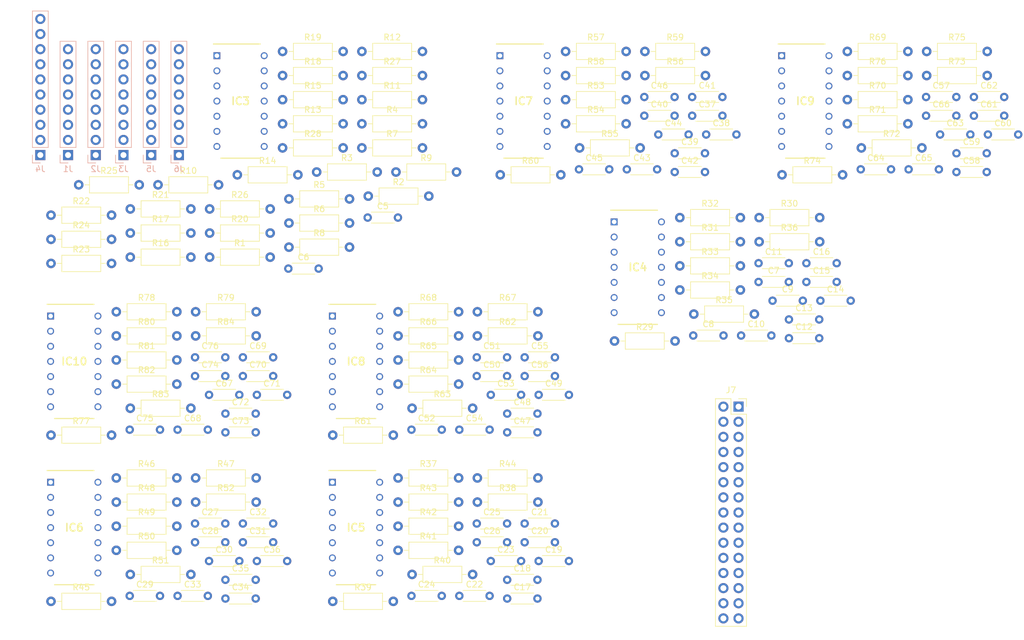
<source format=kicad_pcb>
(kicad_pcb (version 20171130) (host pcbnew "(5.1.10)-1")
  (layers (0 F.Cu signal) (31 B.Cu signal) (34 B.Paste user) (35 F.Paste user) (36 B.SilkS user) (37 F.SilkS user) (38 B.Mask user) (39 F.Mask user) (44 Edge.Cuts user))
  (net 0 "")
  (net 1 /DAC0)
  (net 2 /DAC01/OUT1)
  (net 3 /DAC1)
  (net 4 /DAC01/OUT2)
  (net 5 /DAC01/IN1)
  (net 6 GND)
  (net 7 "Net-(C8-Pad2)")
  (net 8 /DAC01/1stage)
  (net 9 "Net-(C9-Pad2)")
  (net 10 "Net-(C10-Pad2)")
  (net 11 "Net-(C12-Pad2)")
  (net 12 "Net-(C13-Pad1)")
  (net 13 "Net-(C14-Pad2)")
  (net 14 /DAC01/2stage)
  (net 15 "Net-(C15-Pad2)")
  (net 16 /DAC01/IN2)
  (net 17 /ADC1011/IN1)
  (net 18 "Net-(C18-Pad2)")
  (net 19 /ADC1011/1stage)
  (net 20 "Net-(C19-Pad2)")
  (net 21 /ADC10)
  (net 22 "Net-(C20-Pad2)")
  (net 23 "Net-(C22-Pad2)")
  (net 24 "Net-(C23-Pad1)")
  (net 25 "Net-(C24-Pad2)")
  (net 26 /ADC1011/2stage)
  (net 27 "Net-(C25-Pad2)")
  (net 28 /ADC11)
  (net 29 /ADC1011/IN2)
  (net 30 /ADC67/IN1)
  (net 31 "Net-(C28-Pad2)")
  (net 32 /ADC67/1stage)
  (net 33 "Net-(C29-Pad2)")
  (net 34 /ADC6)
  (net 35 "Net-(C30-Pad2)")
  (net 36 "Net-(C32-Pad2)")
  (net 37 "Net-(C33-Pad1)")
  (net 38 "Net-(C34-Pad2)")
  (net 39 /ADC67/2stage)
  (net 40 "Net-(C35-Pad2)")
  (net 41 /ADC7)
  (net 42 /ADC67/IN2)
  (net 43 /ADC23/IN1)
  (net 44 "Net-(C38-Pad2)")
  (net 45 /ADC23/1stage)
  (net 46 "Net-(C39-Pad2)")
  (net 47 /ADC2)
  (net 48 "Net-(C40-Pad2)")
  (net 49 "Net-(C42-Pad2)")
  (net 50 "Net-(C43-Pad1)")
  (net 51 "Net-(C44-Pad2)")
  (net 52 /ADC23/2stage)
  (net 53 "Net-(C45-Pad2)")
  (net 54 /ADC3)
  (net 55 /ADC23/IN2)
  (net 56 /ADC45/IN1)
  (net 57 "Net-(C48-Pad2)")
  (net 58 /ADC45/1stage)
  (net 59 "Net-(C49-Pad2)")
  (net 60 /ADC4)
  (net 61 "Net-(C50-Pad2)")
  (net 62 "Net-(C52-Pad2)")
  (net 63 "Net-(C53-Pad1)")
  (net 64 "Net-(C54-Pad2)")
  (net 65 /ADC45/2stage)
  (net 66 "Net-(C55-Pad2)")
  (net 67 /ADC5)
  (net 68 /ADC45/IN2)
  (net 69 /ADC89/IN1)
  (net 70 "Net-(C58-Pad2)")
  (net 71 /ADC89/1stage)
  (net 72 "Net-(C59-Pad2)")
  (net 73 /ADC8)
  (net 74 "Net-(C60-Pad2)")
  (net 75 "Net-(C62-Pad2)")
  (net 76 "Net-(C63-Pad1)")
  (net 77 "Net-(C64-Pad2)")
  (net 78 /ADC89/2stage)
  (net 79 "Net-(C65-Pad2)")
  (net 80 /ADC9)
  (net 81 /ADC89/IN2)
  (net 82 /ADC01/IN1)
  (net 83 "Net-(C68-Pad2)")
  (net 84 /ADC01/1stage)
  (net 85 "Net-(C69-Pad2)")
  (net 86 /ADC0)
  (net 87 "Net-(C70-Pad2)")
  (net 88 "Net-(C72-Pad2)")
  (net 89 "Net-(C73-Pad1)")
  (net 90 "Net-(C74-Pad2)")
  (net 91 /ADC01/2stage)
  (net 92 "Net-(C75-Pad2)")
  (net 93 /ADC1)
  (net 94 /ADC01/IN2)
  (net 95 /PreampOut)
  (net 96 /EmitterFollowerOut)
  (net 97 /PosDriverOut)
  (net 98 /NegDriverOut)
  (net 99 "Net-(IC3-Pad13)")
  (net 100 "Net-(IC3-Pad8)")
  (net 101 /6VOut)
  (net 102 /SourceFollowerOut)
  (net 103 /12VOut)
  (net 104 /8VOut)
  (net 105 /SPRKNeg)
  (net 106 "Net-(C11-Pad1)")
  (net 107 "Net-(C21-Pad1)")
  (net 108 "Net-(C31-Pad1)")
  (net 109 "Net-(C41-Pad1)")
  (net 110 "Net-(C51-Pad1)")
  (net 111 "Net-(C61-Pad1)")
  (net 112 "Net-(C71-Pad1)")
  (net 113 /GainStageOut)
  (net 114 -12V)
  (net 115 /EmitterBypassOut)
  (net 116 "Net-(IC3-Pad7)")
  (net 117 "Net-(IC3-Pad6)")
  (net 118 "Net-(IC3-Pad5)")
  (net 119 +12V)
  (net 120 "Net-(IC3-Pad3)")
  (net 121 "Net-(IC3-Pad2)")
  (net 122 "Net-(IC3-Pad1)")
  (net 123 VDD)
  (net 124 +5V)
  (net 125 +3V3)
  (net 126 "Net-(J1-Pad3)")
  (net 127 "Net-(J1-Pad2)")
  (net 128 "Net-(J1-Pad1)")
  (net 129 /A7)
  (net 130 /A6)
  (net 131 /A5)
  (net 132 /A4)
  (net 133 /A3)
  (net 134 /A2)
  (net 135 /A1)
  (net 136 /A0)
  (net 137 "Net-(J3-Pad8)")
  (net 138 "Net-(J3-Pad7)")
  (net 139 /DAC2)
  (net 140 /A11)
  (net 141 /A10)
  (net 142 /A9)
  (net 143 /A8)
  (net 144 /D8)
  (net 145 /D9)
  (net 146 /D10)
  (net 147 /D11)
  (net 148 /D12)
  (net 149 /D13)
  (net 150 "Net-(J4-Pad3)")
  (net 151 "Net-(J4-Pad2)")
  (net 152 "Net-(J4-Pad1)")
  (net 153 /D0)
  (net 154 /D1)
  (net 155 /D2)
  (net 156 /D3)
  (net 157 /D4)
  (net 158 /D5)
  (net 159 /D6)
  (net 160 /D7)
  (net 161 "Net-(J6-Pad8)")
  (net 162 "Net-(J6-Pad7)")
  (net 163 "Net-(J6-Pad6)")
  (net 164 "Net-(J6-Pad5)")
  (net 165 "Net-(J6-Pad4)")
  (net 166 "Net-(J6-Pad3)")
  (net 167 "Net-(J6-Pad2)")
  (net 168 "Net-(J6-Pad1)")
  (net 169 "Net-(J7-Pad30)")
  (net 170 "Net-(J7-Pad29)")
  (net 171 "Net-(J7-Pad28)")
  (net 172 "Net-(J7-Pad27)")
  (net 173 "Net-(J7-Pad26)")
  (net 174 "Net-(J7-Pad25)")
  (net 175 "Net-(J7-Pad24)")
  (net 176 "Net-(J7-Pad23)")
  (net 177 "Net-(J7-Pad22)")
  (net 178 "Net-(J7-Pad21)")
  (net 179 "Net-(J7-Pad20)")
  (net 180 "Net-(J7-Pad19)")
  (net 181 "Net-(J7-Pad18)")
  (net 182 "Net-(J7-Pad17)")
  (net 183 "Net-(J7-Pad16)")
  (net 184 "Net-(J7-Pad15)")
  (net 185 "Net-(J7-Pad14)")
  (net 186 "Net-(J7-Pad13)")
  (net 187 "Net-(J7-Pad12)")
  (net 188 "Net-(J7-Pad11)")
  (net 189 "Net-(J7-Pad10)")
  (net 190 "Net-(J7-Pad9)")
  (net 191 "Net-(J7-Pad8)")
  (net 192 "Net-(J7-Pad7)")
  (net 193 "Net-(J7-Pad6)")
  (net 194 "Net-(J7-Pad5)")
  (net 195 "Net-(J7-Pad4)")
  (net 196 "Net-(J7-Pad3)")
  (net 197 "Net-(J7-Pad2)")
  (net 198 "Net-(J7-Pad1)")
  (module Connector_PinSocket_2.54mm:PinSocket_2x15_P2.54mm_Vertical (layer F.Cu) (at 134.62 78.74)
    (fp_text reference J7 (at -1.27 -2.77) (layer F.SilkS))
    (fp_text value Conn_02x15_Top_Bottom)
    (pad 30 thru_hole oval (at -2.54 35.56) (size 1.7 1.7) (drill 1) (layers *.Cu *.Mask) (net 169 "Net-(J7-Pad30)"))
    (pad 29 thru_hole oval (at 0 35.56) (size 1.7 1.7) (drill 1) (layers *.Cu *.Mask) (net 170 "Net-(J7-Pad29)"))
    (pad 28 thru_hole oval (at -2.54 33.02) (size 1.7 1.7) (drill 1) (layers *.Cu *.Mask) (net 171 "Net-(J7-Pad28)"))
    (pad 27 thru_hole oval (at 0 33.02) (size 1.7 1.7) (drill 1) (layers *.Cu *.Mask) (net 172 "Net-(J7-Pad27)"))
    (pad 26 thru_hole oval (at -2.54 30.48) (size 1.7 1.7) (drill 1) (layers *.Cu *.Mask) (net 173 "Net-(J7-Pad26)"))
    (pad 25 thru_hole oval (at 0 30.48) (size 1.7 1.7) (drill 1) (layers *.Cu *.Mask) (net 174 "Net-(J7-Pad25)"))
    (pad 24 thru_hole oval (at -2.54 27.94) (size 1.7 1.7) (drill 1) (layers *.Cu *.Mask) (net 175 "Net-(J7-Pad24)"))
    (pad 23 thru_hole oval (at 0 27.94) (size 1.7 1.7) (drill 1) (layers *.Cu *.Mask) (net 176 "Net-(J7-Pad23)"))
    (pad 22 thru_hole oval (at -2.54 25.4) (size 1.7 1.7) (drill 1) (layers *.Cu *.Mask) (net 177 "Net-(J7-Pad22)"))
    (pad 21 thru_hole oval (at 0 25.4) (size 1.7 1.7) (drill 1) (layers *.Cu *.Mask) (net 178 "Net-(J7-Pad21)"))
    (pad 20 thru_hole oval (at -2.54 22.86) (size 1.7 1.7) (drill 1) (layers *.Cu *.Mask) (net 179 "Net-(J7-Pad20)"))
    (pad 19 thru_hole oval (at 0 22.86) (size 1.7 1.7) (drill 1) (layers *.Cu *.Mask) (net 180 "Net-(J7-Pad19)"))
    (pad 18 thru_hole oval (at -2.54 20.32) (size 1.7 1.7) (drill 1) (layers *.Cu *.Mask) (net 181 "Net-(J7-Pad18)"))
    (pad 17 thru_hole oval (at 0 20.32) (size 1.7 1.7) (drill 1) (layers *.Cu *.Mask) (net 182 "Net-(J7-Pad17)"))
    (pad 16 thru_hole oval (at -2.54 17.78) (size 1.7 1.7) (drill 1) (layers *.Cu *.Mask) (net 183 "Net-(J7-Pad16)"))
    (pad 15 thru_hole oval (at 0 17.78) (size 1.7 1.7) (drill 1) (layers *.Cu *.Mask) (net 184 "Net-(J7-Pad15)"))
    (pad 14 thru_hole oval (at -2.54 15.24) (size 1.7 1.7) (drill 1) (layers *.Cu *.Mask) (net 185 "Net-(J7-Pad14)"))
    (pad 13 thru_hole oval (at 0 15.24) (size 1.7 1.7) (drill 1) (layers *.Cu *.Mask) (net 186 "Net-(J7-Pad13)"))
    (pad 12 thru_hole oval (at -2.54 12.7) (size 1.7 1.7) (drill 1) (layers *.Cu *.Mask) (net 187 "Net-(J7-Pad12)"))
    (pad 11 thru_hole oval (at 0 12.7) (size 1.7 1.7) (drill 1) (layers *.Cu *.Mask) (net 188 "Net-(J7-Pad11)"))
    (pad 10 thru_hole oval (at -2.54 10.16) (size 1.7 1.7) (drill 1) (layers *.Cu *.Mask) (net 189 "Net-(J7-Pad10)"))
    (pad 9 thru_hole oval (at 0 10.16) (size 1.7 1.7) (drill 1) (layers *.Cu *.Mask) (net 190 "Net-(J7-Pad9)"))
    (pad 8 thru_hole oval (at -2.54 7.62) (size 1.7 1.7) (drill 1) (layers *.Cu *.Mask) (net 191 "Net-(J7-Pad8)"))
    (pad 7 thru_hole oval (at 0 7.62) (size 1.7 1.7) (drill 1) (layers *.Cu *.Mask) (net 192 "Net-(J7-Pad7)"))
    (pad 6 thru_hole oval (at -2.54 5.08) (size 1.7 1.7) (drill 1) (layers *.Cu *.Mask) (net 193 "Net-(J7-Pad6)"))
    (pad 5 thru_hole oval (at 0 5.08) (size 1.7 1.7) (drill 1) (layers *.Cu *.Mask) (net 194 "Net-(J7-Pad5)"))
    (pad 4 thru_hole oval (at -2.54 2.54) (size 1.7 1.7) (drill 1) (layers *.Cu *.Mask) (net 195 "Net-(J7-Pad4)"))
    (pad 3 thru_hole oval (at 0 2.54) (size 1.7 1.7) (drill 1) (layers *.Cu *.Mask) (net 196 "Net-(J7-Pad3)"))
    (pad 2 thru_hole oval (at -2.54 0) (size 1.7 1.7) (drill 1) (layers *.Cu *.Mask) (net 197 "Net-(J7-Pad2)"))
    (pad 1 thru_hole rect (at 0 0) (size 1.7 1.7) (drill 1) (layers *.Cu *.Mask) (net 198 "Net-(J7-Pad1)"))
  )
  (module Resistor_THT:R_Axial_DIN0207_L6.3mm_D2.5mm_P10.16mm_Horizontal (layer F.Cu) (at 43.52 66.86)
    (fp_text reference R84 (at 5.08 -2.37) (layer F.SilkS))
    (fp_text value 9.1k)
    (pad 2 thru_hole oval (at 10.16 0) (size 1.6 1.6) (drill 0.8) (layers *.Cu *.Mask) (net 92 "Net-(C75-Pad2)"))
    (pad 1 thru_hole circle (at 0 0) (size 1.6 1.6) (drill 0.8) (layers *.Cu *.Mask) (net 91 /ADC01/2stage))
  )
  (module Resistor_THT:R_Axial_DIN0207_L6.3mm_D2.5mm_P10.16mm_Horizontal (layer F.Cu) (at 32.56 79.01)
    (fp_text reference R83 (at 5.08 -2.37) (layer F.SilkS))
    (fp_text value 43k)
    (pad 2 thru_hole oval (at 10.16 0) (size 1.6 1.6) (drill 0.8) (layers *.Cu *.Mask) (net 90 "Net-(C74-Pad2)"))
    (pad 1 thru_hole circle (at 0 0) (size 1.6 1.6) (drill 0.8) (layers *.Cu *.Mask) (net 94 /ADC01/IN2))
  )
  (module Resistor_THT:R_Axial_DIN0207_L6.3mm_D2.5mm_P10.16mm_Horizontal (layer F.Cu) (at 30.21 74.96)
    (fp_text reference R82 (at 5.08 -2.37) (layer F.SilkS))
    (fp_text value 36k)
    (pad 2 thru_hole oval (at 10.16 0) (size 1.6 1.6) (drill 0.8) (layers *.Cu *.Mask) (net 89 "Net-(C73-Pad1)"))
    (pad 1 thru_hole circle (at 0 0) (size 1.6 1.6) (drill 0.8) (layers *.Cu *.Mask) (net 92 "Net-(C75-Pad2)"))
  )
  (module Resistor_THT:R_Axial_DIN0207_L6.3mm_D2.5mm_P10.16mm_Horizontal (layer F.Cu) (at 30.21 70.91)
    (fp_text reference R81 (at 5.08 -2.37) (layer F.SilkS))
    (fp_text value 30k)
    (pad 2 thru_hole oval (at 10.16 0) (size 1.6 1.6) (drill 0.8) (layers *.Cu *.Mask) (net 88 "Net-(C72-Pad2)"))
    (pad 1 thru_hole circle (at 0 0) (size 1.6 1.6) (drill 0.8) (layers *.Cu *.Mask) (net 90 "Net-(C74-Pad2)"))
  )
  (module Resistor_THT:R_Axial_DIN0207_L6.3mm_D2.5mm_P10.16mm_Horizontal (layer F.Cu) (at 30.21 66.86)
    (fp_text reference R80 (at 5.08 -2.37) (layer F.SilkS))
    (fp_text value 36k)
    (pad 2 thru_hole oval (at 10.16 0) (size 1.6 1.6) (drill 0.8) (layers *.Cu *.Mask) (net 112 "Net-(C71-Pad1)"))
    (pad 1 thru_hole circle (at 0 0) (size 1.6 1.6) (drill 0.8) (layers *.Cu *.Mask) (net 85 "Net-(C69-Pad2)"))
  )
  (module Resistor_THT:R_Axial_DIN0207_L6.3mm_D2.5mm_P10.16mm_Horizontal (layer F.Cu) (at 43.52 62.81)
    (fp_text reference R79 (at 5.08 -2.37) (layer F.SilkS))
    (fp_text value 30k)
    (pad 2 thru_hole oval (at 10.16 0) (size 1.6 1.6) (drill 0.8) (layers *.Cu *.Mask) (net 87 "Net-(C70-Pad2)"))
    (pad 1 thru_hole circle (at 0 0) (size 1.6 1.6) (drill 0.8) (layers *.Cu *.Mask) (net 83 "Net-(C68-Pad2)"))
  )
  (module Resistor_THT:R_Axial_DIN0207_L6.3mm_D2.5mm_P10.16mm_Horizontal (layer F.Cu) (at 30.21 62.81)
    (fp_text reference R78 (at 5.08 -2.37) (layer F.SilkS))
    (fp_text value 9.1k)
    (pad 2 thru_hole oval (at 10.16 0) (size 1.6 1.6) (drill 0.8) (layers *.Cu *.Mask) (net 85 "Net-(C69-Pad2)"))
    (pad 1 thru_hole circle (at 0 0) (size 1.6 1.6) (drill 0.8) (layers *.Cu *.Mask) (net 84 /ADC01/1stage))
  )
  (module Resistor_THT:R_Axial_DIN0207_L6.3mm_D2.5mm_P10.16mm_Horizontal (layer F.Cu) (at 19.25 83.53)
    (fp_text reference R77 (at 5.08 -2.37) (layer F.SilkS))
    (fp_text value 43k)
    (pad 2 thru_hole oval (at 10.16 0) (size 1.6 1.6) (drill 0.8) (layers *.Cu *.Mask) (net 83 "Net-(C68-Pad2)"))
    (pad 1 thru_hole circle (at 0 0) (size 1.6 1.6) (drill 0.8) (layers *.Cu *.Mask) (net 82 /ADC01/IN1))
  )
  (module Resistor_THT:R_Axial_DIN0207_L6.3mm_D2.5mm_P10.16mm_Horizontal (layer F.Cu) (at 152.88 23.14)
    (fp_text reference R76 (at 5.08 -2.37) (layer F.SilkS))
    (fp_text value 9.1k)
    (pad 2 thru_hole oval (at 10.16 0) (size 1.6 1.6) (drill 0.8) (layers *.Cu *.Mask) (net 79 "Net-(C65-Pad2)"))
    (pad 1 thru_hole circle (at 0 0) (size 1.6 1.6) (drill 0.8) (layers *.Cu *.Mask) (net 78 /ADC89/2stage))
  )
  (module Resistor_THT:R_Axial_DIN0207_L6.3mm_D2.5mm_P10.16mm_Horizontal (layer F.Cu) (at 166.19 19.09)
    (fp_text reference R75 (at 5.08 -2.37) (layer F.SilkS))
    (fp_text value 43k)
    (pad 2 thru_hole oval (at 10.16 0) (size 1.6 1.6) (drill 0.8) (layers *.Cu *.Mask) (net 77 "Net-(C64-Pad2)"))
    (pad 1 thru_hole circle (at 0 0) (size 1.6 1.6) (drill 0.8) (layers *.Cu *.Mask) (net 81 /ADC89/IN2))
  )
  (module Resistor_THT:R_Axial_DIN0207_L6.3mm_D2.5mm_P10.16mm_Horizontal (layer F.Cu) (at 141.92 39.81)
    (fp_text reference R74 (at 5.08 -2.37) (layer F.SilkS))
    (fp_text value 36k)
    (pad 2 thru_hole oval (at 10.16 0) (size 1.6 1.6) (drill 0.8) (layers *.Cu *.Mask) (net 76 "Net-(C63-Pad1)"))
    (pad 1 thru_hole circle (at 0 0) (size 1.6 1.6) (drill 0.8) (layers *.Cu *.Mask) (net 79 "Net-(C65-Pad2)"))
  )
  (module Resistor_THT:R_Axial_DIN0207_L6.3mm_D2.5mm_P10.16mm_Horizontal (layer F.Cu) (at 166.19 23.14)
    (fp_text reference R73 (at 5.08 -2.37) (layer F.SilkS))
    (fp_text value 30k)
    (pad 2 thru_hole oval (at 10.16 0) (size 1.6 1.6) (drill 0.8) (layers *.Cu *.Mask) (net 75 "Net-(C62-Pad2)"))
    (pad 1 thru_hole circle (at 0 0) (size 1.6 1.6) (drill 0.8) (layers *.Cu *.Mask) (net 77 "Net-(C64-Pad2)"))
  )
  (module Resistor_THT:R_Axial_DIN0207_L6.3mm_D2.5mm_P10.16mm_Horizontal (layer F.Cu) (at 155.23 35.29)
    (fp_text reference R72 (at 5.08 -2.37) (layer F.SilkS))
    (fp_text value 36k)
    (pad 2 thru_hole oval (at 10.16 0) (size 1.6 1.6) (drill 0.8) (layers *.Cu *.Mask) (net 111 "Net-(C61-Pad1)"))
    (pad 1 thru_hole circle (at 0 0) (size 1.6 1.6) (drill 0.8) (layers *.Cu *.Mask) (net 72 "Net-(C59-Pad2)"))
  )
  (module Resistor_THT:R_Axial_DIN0207_L6.3mm_D2.5mm_P10.16mm_Horizontal (layer F.Cu) (at 152.88 31.24)
    (fp_text reference R71 (at 5.08 -2.37) (layer F.SilkS))
    (fp_text value 30k)
    (pad 2 thru_hole oval (at 10.16 0) (size 1.6 1.6) (drill 0.8) (layers *.Cu *.Mask) (net 74 "Net-(C60-Pad2)"))
    (pad 1 thru_hole circle (at 0 0) (size 1.6 1.6) (drill 0.8) (layers *.Cu *.Mask) (net 70 "Net-(C58-Pad2)"))
  )
  (module Resistor_THT:R_Axial_DIN0207_L6.3mm_D2.5mm_P10.16mm_Horizontal (layer F.Cu) (at 152.88 27.19)
    (fp_text reference R70 (at 5.08 -2.37) (layer F.SilkS))
    (fp_text value 9.1k)
    (pad 2 thru_hole oval (at 10.16 0) (size 1.6 1.6) (drill 0.8) (layers *.Cu *.Mask) (net 72 "Net-(C59-Pad2)"))
    (pad 1 thru_hole circle (at 0 0) (size 1.6 1.6) (drill 0.8) (layers *.Cu *.Mask) (net 71 /ADC89/1stage))
  )
  (module Resistor_THT:R_Axial_DIN0207_L6.3mm_D2.5mm_P10.16mm_Horizontal (layer F.Cu) (at 152.88 19.09)
    (fp_text reference R69 (at 5.08 -2.37) (layer F.SilkS))
    (fp_text value 43k)
    (pad 2 thru_hole oval (at 10.16 0) (size 1.6 1.6) (drill 0.8) (layers *.Cu *.Mask) (net 70 "Net-(C58-Pad2)"))
    (pad 1 thru_hole circle (at 0 0) (size 1.6 1.6) (drill 0.8) (layers *.Cu *.Mask) (net 69 /ADC89/IN1))
  )
  (module Resistor_THT:R_Axial_DIN0207_L6.3mm_D2.5mm_P10.16mm_Horizontal (layer F.Cu) (at 77.49 62.81)
    (fp_text reference R68 (at 5.08 -2.37) (layer F.SilkS))
    (fp_text value 9.1k)
    (pad 2 thru_hole oval (at 10.16 0) (size 1.6 1.6) (drill 0.8) (layers *.Cu *.Mask) (net 66 "Net-(C55-Pad2)"))
    (pad 1 thru_hole circle (at 0 0) (size 1.6 1.6) (drill 0.8) (layers *.Cu *.Mask) (net 65 /ADC45/2stage))
  )
  (module Resistor_THT:R_Axial_DIN0207_L6.3mm_D2.5mm_P10.16mm_Horizontal (layer F.Cu) (at 90.8 62.81)
    (fp_text reference R67 (at 5.08 -2.37) (layer F.SilkS))
    (fp_text value 43k)
    (pad 2 thru_hole oval (at 10.16 0) (size 1.6 1.6) (drill 0.8) (layers *.Cu *.Mask) (net 64 "Net-(C54-Pad2)"))
    (pad 1 thru_hole circle (at 0 0) (size 1.6 1.6) (drill 0.8) (layers *.Cu *.Mask) (net 68 /ADC45/IN2))
  )
  (module Resistor_THT:R_Axial_DIN0207_L6.3mm_D2.5mm_P10.16mm_Horizontal (layer F.Cu) (at 77.49 66.86)
    (fp_text reference R66 (at 5.08 -2.37) (layer F.SilkS))
    (fp_text value 36k)
    (pad 2 thru_hole oval (at 10.16 0) (size 1.6 1.6) (drill 0.8) (layers *.Cu *.Mask) (net 63 "Net-(C53-Pad1)"))
    (pad 1 thru_hole circle (at 0 0) (size 1.6 1.6) (drill 0.8) (layers *.Cu *.Mask) (net 66 "Net-(C55-Pad2)"))
  )
  (module Resistor_THT:R_Axial_DIN0207_L6.3mm_D2.5mm_P10.16mm_Horizontal (layer F.Cu) (at 77.49 70.91)
    (fp_text reference R65 (at 5.08 -2.37) (layer F.SilkS))
    (fp_text value 30k)
    (pad 2 thru_hole oval (at 10.16 0) (size 1.6 1.6) (drill 0.8) (layers *.Cu *.Mask) (net 62 "Net-(C52-Pad2)"))
    (pad 1 thru_hole circle (at 0 0) (size 1.6 1.6) (drill 0.8) (layers *.Cu *.Mask) (net 64 "Net-(C54-Pad2)"))
  )
  (module Resistor_THT:R_Axial_DIN0207_L6.3mm_D2.5mm_P10.16mm_Horizontal (layer F.Cu) (at 77.49 74.96)
    (fp_text reference R64 (at 5.08 -2.37) (layer F.SilkS))
    (fp_text value 36k)
    (pad 2 thru_hole oval (at 10.16 0) (size 1.6 1.6) (drill 0.8) (layers *.Cu *.Mask) (net 110 "Net-(C51-Pad1)"))
    (pad 1 thru_hole circle (at 0 0) (size 1.6 1.6) (drill 0.8) (layers *.Cu *.Mask) (net 59 "Net-(C49-Pad2)"))
  )
  (module Resistor_THT:R_Axial_DIN0207_L6.3mm_D2.5mm_P10.16mm_Horizontal (layer F.Cu) (at 79.84 79.01)
    (fp_text reference R63 (at 5.08 -2.37) (layer F.SilkS))
    (fp_text value 30k)
    (pad 2 thru_hole oval (at 10.16 0) (size 1.6 1.6) (drill 0.8) (layers *.Cu *.Mask) (net 61 "Net-(C50-Pad2)"))
    (pad 1 thru_hole circle (at 0 0) (size 1.6 1.6) (drill 0.8) (layers *.Cu *.Mask) (net 57 "Net-(C48-Pad2)"))
  )
  (module Resistor_THT:R_Axial_DIN0207_L6.3mm_D2.5mm_P10.16mm_Horizontal (layer F.Cu) (at 90.8 66.86)
    (fp_text reference R62 (at 5.08 -2.37) (layer F.SilkS))
    (fp_text value 9.1k)
    (pad 2 thru_hole oval (at 10.16 0) (size 1.6 1.6) (drill 0.8) (layers *.Cu *.Mask) (net 59 "Net-(C49-Pad2)"))
    (pad 1 thru_hole circle (at 0 0) (size 1.6 1.6) (drill 0.8) (layers *.Cu *.Mask) (net 58 /ADC45/1stage))
  )
  (module Resistor_THT:R_Axial_DIN0207_L6.3mm_D2.5mm_P10.16mm_Horizontal (layer F.Cu) (at 66.53 83.53)
    (fp_text reference R61 (at 5.08 -2.37) (layer F.SilkS))
    (fp_text value 43k)
    (pad 2 thru_hole oval (at 10.16 0) (size 1.6 1.6) (drill 0.8) (layers *.Cu *.Mask) (net 57 "Net-(C48-Pad2)"))
    (pad 1 thru_hole circle (at 0 0) (size 1.6 1.6) (drill 0.8) (layers *.Cu *.Mask) (net 56 /ADC45/IN1))
  )
  (module Resistor_THT:R_Axial_DIN0207_L6.3mm_D2.5mm_P10.16mm_Horizontal (layer F.Cu) (at 94.64 39.81)
    (fp_text reference R60 (at 5.08 -2.37) (layer F.SilkS))
    (fp_text value 9.1k)
    (pad 2 thru_hole oval (at 10.16 0) (size 1.6 1.6) (drill 0.8) (layers *.Cu *.Mask) (net 53 "Net-(C45-Pad2)"))
    (pad 1 thru_hole circle (at 0 0) (size 1.6 1.6) (drill 0.8) (layers *.Cu *.Mask) (net 52 /ADC23/2stage))
  )
  (module Resistor_THT:R_Axial_DIN0207_L6.3mm_D2.5mm_P10.16mm_Horizontal (layer F.Cu) (at 118.91 19.09)
    (fp_text reference R59 (at 5.08 -2.37) (layer F.SilkS))
    (fp_text value 43k)
    (pad 2 thru_hole oval (at 10.16 0) (size 1.6 1.6) (drill 0.8) (layers *.Cu *.Mask) (net 51 "Net-(C44-Pad2)"))
    (pad 1 thru_hole circle (at 0 0) (size 1.6 1.6) (drill 0.8) (layers *.Cu *.Mask) (net 55 /ADC23/IN2))
  )
  (module Resistor_THT:R_Axial_DIN0207_L6.3mm_D2.5mm_P10.16mm_Horizontal (layer F.Cu) (at 105.6 23.14)
    (fp_text reference R58 (at 5.08 -2.37) (layer F.SilkS))
    (fp_text value 36k)
    (pad 2 thru_hole oval (at 10.16 0) (size 1.6 1.6) (drill 0.8) (layers *.Cu *.Mask) (net 50 "Net-(C43-Pad1)"))
    (pad 1 thru_hole circle (at 0 0) (size 1.6 1.6) (drill 0.8) (layers *.Cu *.Mask) (net 53 "Net-(C45-Pad2)"))
  )
  (module Resistor_THT:R_Axial_DIN0207_L6.3mm_D2.5mm_P10.16mm_Horizontal (layer F.Cu) (at 105.6 19.09)
    (fp_text reference R57 (at 5.08 -2.37) (layer F.SilkS))
    (fp_text value 30k)
    (pad 2 thru_hole oval (at 10.16 0) (size 1.6 1.6) (drill 0.8) (layers *.Cu *.Mask) (net 49 "Net-(C42-Pad2)"))
    (pad 1 thru_hole circle (at 0 0) (size 1.6 1.6) (drill 0.8) (layers *.Cu *.Mask) (net 51 "Net-(C44-Pad2)"))
  )
  (module Resistor_THT:R_Axial_DIN0207_L6.3mm_D2.5mm_P10.16mm_Horizontal (layer F.Cu) (at 118.91 23.14)
    (fp_text reference R56 (at 5.08 -2.37) (layer F.SilkS))
    (fp_text value 36k)
    (pad 2 thru_hole oval (at 10.16 0) (size 1.6 1.6) (drill 0.8) (layers *.Cu *.Mask) (net 109 "Net-(C41-Pad1)"))
    (pad 1 thru_hole circle (at 0 0) (size 1.6 1.6) (drill 0.8) (layers *.Cu *.Mask) (net 46 "Net-(C39-Pad2)"))
  )
  (module Resistor_THT:R_Axial_DIN0207_L6.3mm_D2.5mm_P10.16mm_Horizontal (layer F.Cu) (at 107.95 35.29)
    (fp_text reference R55 (at 5.08 -2.37) (layer F.SilkS))
    (fp_text value 30k)
    (pad 2 thru_hole oval (at 10.16 0) (size 1.6 1.6) (drill 0.8) (layers *.Cu *.Mask) (net 48 "Net-(C40-Pad2)"))
    (pad 1 thru_hole circle (at 0 0) (size 1.6 1.6) (drill 0.8) (layers *.Cu *.Mask) (net 44 "Net-(C38-Pad2)"))
  )
  (module Resistor_THT:R_Axial_DIN0207_L6.3mm_D2.5mm_P10.16mm_Horizontal (layer F.Cu) (at 105.6 31.24)
    (fp_text reference R54 (at 5.08 -2.37) (layer F.SilkS))
    (fp_text value 9.1k)
    (pad 2 thru_hole oval (at 10.16 0) (size 1.6 1.6) (drill 0.8) (layers *.Cu *.Mask) (net 46 "Net-(C39-Pad2)"))
    (pad 1 thru_hole circle (at 0 0) (size 1.6 1.6) (drill 0.8) (layers *.Cu *.Mask) (net 45 /ADC23/1stage))
  )
  (module Resistor_THT:R_Axial_DIN0207_L6.3mm_D2.5mm_P10.16mm_Horizontal (layer F.Cu) (at 105.6 27.19)
    (fp_text reference R53 (at 5.08 -2.37) (layer F.SilkS))
    (fp_text value 43k)
    (pad 2 thru_hole oval (at 10.16 0) (size 1.6 1.6) (drill 0.8) (layers *.Cu *.Mask) (net 44 "Net-(C38-Pad2)"))
    (pad 1 thru_hole circle (at 0 0) (size 1.6 1.6) (drill 0.8) (layers *.Cu *.Mask) (net 43 /ADC23/IN1))
  )
  (module Resistor_THT:R_Axial_DIN0207_L6.3mm_D2.5mm_P10.16mm_Horizontal (layer F.Cu) (at 43.52 94.77)
    (fp_text reference R52 (at 5.08 -2.37) (layer F.SilkS))
    (fp_text value 9.1k)
    (pad 2 thru_hole oval (at 10.16 0) (size 1.6 1.6) (drill 0.8) (layers *.Cu *.Mask) (net 40 "Net-(C35-Pad2)"))
    (pad 1 thru_hole circle (at 0 0) (size 1.6 1.6) (drill 0.8) (layers *.Cu *.Mask) (net 39 /ADC67/2stage))
  )
  (module Resistor_THT:R_Axial_DIN0207_L6.3mm_D2.5mm_P10.16mm_Horizontal (layer F.Cu) (at 32.56 106.92)
    (fp_text reference R51 (at 5.08 -2.37) (layer F.SilkS))
    (fp_text value 43k)
    (pad 2 thru_hole oval (at 10.16 0) (size 1.6 1.6) (drill 0.8) (layers *.Cu *.Mask) (net 38 "Net-(C34-Pad2)"))
    (pad 1 thru_hole circle (at 0 0) (size 1.6 1.6) (drill 0.8) (layers *.Cu *.Mask) (net 42 /ADC67/IN2))
  )
  (module Resistor_THT:R_Axial_DIN0207_L6.3mm_D2.5mm_P10.16mm_Horizontal (layer F.Cu) (at 30.21 102.87)
    (fp_text reference R50 (at 5.08 -2.37) (layer F.SilkS))
    (fp_text value 36k)
    (pad 2 thru_hole oval (at 10.16 0) (size 1.6 1.6) (drill 0.8) (layers *.Cu *.Mask) (net 37 "Net-(C33-Pad1)"))
    (pad 1 thru_hole circle (at 0 0) (size 1.6 1.6) (drill 0.8) (layers *.Cu *.Mask) (net 40 "Net-(C35-Pad2)"))
  )
  (module Resistor_THT:R_Axial_DIN0207_L6.3mm_D2.5mm_P10.16mm_Horizontal (layer F.Cu) (at 30.21 98.82)
    (fp_text reference R49 (at 5.08 -2.37) (layer F.SilkS))
    (fp_text value 30k)
    (pad 2 thru_hole oval (at 10.16 0) (size 1.6 1.6) (drill 0.8) (layers *.Cu *.Mask) (net 36 "Net-(C32-Pad2)"))
    (pad 1 thru_hole circle (at 0 0) (size 1.6 1.6) (drill 0.8) (layers *.Cu *.Mask) (net 38 "Net-(C34-Pad2)"))
  )
  (module Resistor_THT:R_Axial_DIN0207_L6.3mm_D2.5mm_P10.16mm_Horizontal (layer F.Cu) (at 30.21 94.77)
    (fp_text reference R48 (at 5.08 -2.37) (layer F.SilkS))
    (fp_text value 36k)
    (pad 2 thru_hole oval (at 10.16 0) (size 1.6 1.6) (drill 0.8) (layers *.Cu *.Mask) (net 108 "Net-(C31-Pad1)"))
    (pad 1 thru_hole circle (at 0 0) (size 1.6 1.6) (drill 0.8) (layers *.Cu *.Mask) (net 33 "Net-(C29-Pad2)"))
  )
  (module Resistor_THT:R_Axial_DIN0207_L6.3mm_D2.5mm_P10.16mm_Horizontal (layer F.Cu) (at 43.52 90.72)
    (fp_text reference R47 (at 5.08 -2.37) (layer F.SilkS))
    (fp_text value 30k)
    (pad 2 thru_hole oval (at 10.16 0) (size 1.6 1.6) (drill 0.8) (layers *.Cu *.Mask) (net 35 "Net-(C30-Pad2)"))
    (pad 1 thru_hole circle (at 0 0) (size 1.6 1.6) (drill 0.8) (layers *.Cu *.Mask) (net 31 "Net-(C28-Pad2)"))
  )
  (module Resistor_THT:R_Axial_DIN0207_L6.3mm_D2.5mm_P10.16mm_Horizontal (layer F.Cu) (at 30.21 90.72)
    (fp_text reference R46 (at 5.08 -2.37) (layer F.SilkS))
    (fp_text value 9.1k)
    (pad 2 thru_hole oval (at 10.16 0) (size 1.6 1.6) (drill 0.8) (layers *.Cu *.Mask) (net 33 "Net-(C29-Pad2)"))
    (pad 1 thru_hole circle (at 0 0) (size 1.6 1.6) (drill 0.8) (layers *.Cu *.Mask) (net 32 /ADC67/1stage))
  )
  (module Resistor_THT:R_Axial_DIN0207_L6.3mm_D2.5mm_P10.16mm_Horizontal (layer F.Cu) (at 19.25 111.44)
    (fp_text reference R45 (at 5.08 -2.37) (layer F.SilkS))
    (fp_text value 43k)
    (pad 2 thru_hole oval (at 10.16 0) (size 1.6 1.6) (drill 0.8) (layers *.Cu *.Mask) (net 31 "Net-(C28-Pad2)"))
    (pad 1 thru_hole circle (at 0 0) (size 1.6 1.6) (drill 0.8) (layers *.Cu *.Mask) (net 30 /ADC67/IN1))
  )
  (module Resistor_THT:R_Axial_DIN0207_L6.3mm_D2.5mm_P10.16mm_Horizontal (layer F.Cu) (at 90.8 90.72)
    (fp_text reference R44 (at 5.08 -2.37) (layer F.SilkS))
    (fp_text value 9.1k)
    (pad 2 thru_hole oval (at 10.16 0) (size 1.6 1.6) (drill 0.8) (layers *.Cu *.Mask) (net 27 "Net-(C25-Pad2)"))
    (pad 1 thru_hole circle (at 0 0) (size 1.6 1.6) (drill 0.8) (layers *.Cu *.Mask) (net 26 /ADC1011/2stage))
  )
  (module Resistor_THT:R_Axial_DIN0207_L6.3mm_D2.5mm_P10.16mm_Horizontal (layer F.Cu) (at 77.49 94.77)
    (fp_text reference R43 (at 5.08 -2.37) (layer F.SilkS))
    (fp_text value 43k)
    (pad 2 thru_hole oval (at 10.16 0) (size 1.6 1.6) (drill 0.8) (layers *.Cu *.Mask) (net 25 "Net-(C24-Pad2)"))
    (pad 1 thru_hole circle (at 0 0) (size 1.6 1.6) (drill 0.8) (layers *.Cu *.Mask) (net 29 /ADC1011/IN2))
  )
  (module Resistor_THT:R_Axial_DIN0207_L6.3mm_D2.5mm_P10.16mm_Horizontal (layer F.Cu) (at 77.49 98.82)
    (fp_text reference R42 (at 5.08 -2.37) (layer F.SilkS))
    (fp_text value 36k)
    (pad 2 thru_hole oval (at 10.16 0) (size 1.6 1.6) (drill 0.8) (layers *.Cu *.Mask) (net 24 "Net-(C23-Pad1)"))
    (pad 1 thru_hole circle (at 0 0) (size 1.6 1.6) (drill 0.8) (layers *.Cu *.Mask) (net 27 "Net-(C25-Pad2)"))
  )
  (module Resistor_THT:R_Axial_DIN0207_L6.3mm_D2.5mm_P10.16mm_Horizontal (layer F.Cu) (at 77.49 102.87)
    (fp_text reference R41 (at 5.08 -2.37) (layer F.SilkS))
    (fp_text value 30k)
    (pad 2 thru_hole oval (at 10.16 0) (size 1.6 1.6) (drill 0.8) (layers *.Cu *.Mask) (net 23 "Net-(C22-Pad2)"))
    (pad 1 thru_hole circle (at 0 0) (size 1.6 1.6) (drill 0.8) (layers *.Cu *.Mask) (net 25 "Net-(C24-Pad2)"))
  )
  (module Resistor_THT:R_Axial_DIN0207_L6.3mm_D2.5mm_P10.16mm_Horizontal (layer F.Cu) (at 79.84 106.92)
    (fp_text reference R40 (at 5.08 -2.37) (layer F.SilkS))
    (fp_text value 36k)
    (pad 2 thru_hole oval (at 10.16 0) (size 1.6 1.6) (drill 0.8) (layers *.Cu *.Mask) (net 107 "Net-(C21-Pad1)"))
    (pad 1 thru_hole circle (at 0 0) (size 1.6 1.6) (drill 0.8) (layers *.Cu *.Mask) (net 20 "Net-(C19-Pad2)"))
  )
  (module Resistor_THT:R_Axial_DIN0207_L6.3mm_D2.5mm_P10.16mm_Horizontal (layer F.Cu) (at 66.53 111.44)
    (fp_text reference R39 (at 5.08 -2.37) (layer F.SilkS))
    (fp_text value 30k)
    (pad 2 thru_hole oval (at 10.16 0) (size 1.6 1.6) (drill 0.8) (layers *.Cu *.Mask) (net 22 "Net-(C20-Pad2)"))
    (pad 1 thru_hole circle (at 0 0) (size 1.6 1.6) (drill 0.8) (layers *.Cu *.Mask) (net 18 "Net-(C18-Pad2)"))
  )
  (module Resistor_THT:R_Axial_DIN0207_L6.3mm_D2.5mm_P10.16mm_Horizontal (layer F.Cu) (at 90.8 94.77)
    (fp_text reference R38 (at 5.08 -2.37) (layer F.SilkS))
    (fp_text value 9.1k)
    (pad 2 thru_hole oval (at 10.16 0) (size 1.6 1.6) (drill 0.8) (layers *.Cu *.Mask) (net 20 "Net-(C19-Pad2)"))
    (pad 1 thru_hole circle (at 0 0) (size 1.6 1.6) (drill 0.8) (layers *.Cu *.Mask) (net 19 /ADC1011/1stage))
  )
  (module Resistor_THT:R_Axial_DIN0207_L6.3mm_D2.5mm_P10.16mm_Horizontal (layer F.Cu) (at 77.49 90.72)
    (fp_text reference R37 (at 5.08 -2.37) (layer F.SilkS))
    (fp_text value 43k)
    (pad 2 thru_hole oval (at 10.16 0) (size 1.6 1.6) (drill 0.8) (layers *.Cu *.Mask) (net 18 "Net-(C18-Pad2)"))
    (pad 1 thru_hole circle (at 0 0) (size 1.6 1.6) (drill 0.8) (layers *.Cu *.Mask) (net 17 /ADC1011/IN1))
  )
  (module Resistor_THT:R_Axial_DIN0207_L6.3mm_D2.5mm_P10.16mm_Horizontal (layer F.Cu) (at 138.08 51.05)
    (fp_text reference R36 (at 5.08 -2.37) (layer F.SilkS))
    (fp_text value 9.1k)
    (pad 2 thru_hole oval (at 10.16 0) (size 1.6 1.6) (drill 0.8) (layers *.Cu *.Mask) (net 15 "Net-(C15-Pad2)"))
    (pad 1 thru_hole circle (at 0 0) (size 1.6 1.6) (drill 0.8) (layers *.Cu *.Mask) (net 14 /DAC01/2stage))
  )
  (module Resistor_THT:R_Axial_DIN0207_L6.3mm_D2.5mm_P10.16mm_Horizontal (layer F.Cu) (at 127.12 63.2)
    (fp_text reference R35 (at 5.08 -2.37) (layer F.SilkS))
    (fp_text value 43k)
    (pad 2 thru_hole oval (at 10.16 0) (size 1.6 1.6) (drill 0.8) (layers *.Cu *.Mask) (net 13 "Net-(C14-Pad2)"))
    (pad 1 thru_hole circle (at 0 0) (size 1.6 1.6) (drill 0.8) (layers *.Cu *.Mask) (net 16 /DAC01/IN2))
  )
  (module Resistor_THT:R_Axial_DIN0207_L6.3mm_D2.5mm_P10.16mm_Horizontal (layer F.Cu) (at 124.77 59.15)
    (fp_text reference R34 (at 5.08 -2.37) (layer F.SilkS))
    (fp_text value 36k)
    (pad 2 thru_hole oval (at 10.16 0) (size 1.6 1.6) (drill 0.8) (layers *.Cu *.Mask) (net 12 "Net-(C13-Pad1)"))
    (pad 1 thru_hole circle (at 0 0) (size 1.6 1.6) (drill 0.8) (layers *.Cu *.Mask) (net 15 "Net-(C15-Pad2)"))
  )
  (module Resistor_THT:R_Axial_DIN0207_L6.3mm_D2.5mm_P10.16mm_Horizontal (layer F.Cu) (at 124.77 55.1)
    (fp_text reference R33 (at 5.08 -2.37) (layer F.SilkS))
    (fp_text value 30k)
    (pad 2 thru_hole oval (at 10.16 0) (size 1.6 1.6) (drill 0.8) (layers *.Cu *.Mask) (net 11 "Net-(C12-Pad2)"))
    (pad 1 thru_hole circle (at 0 0) (size 1.6 1.6) (drill 0.8) (layers *.Cu *.Mask) (net 13 "Net-(C14-Pad2)"))
  )
  (module Resistor_THT:R_Axial_DIN0207_L6.3mm_D2.5mm_P10.16mm_Horizontal (layer F.Cu) (at 124.77 47)
    (fp_text reference R32 (at 5.08 -2.37) (layer F.SilkS))
    (fp_text value 36k)
    (pad 2 thru_hole oval (at 10.16 0) (size 1.6 1.6) (drill 0.8) (layers *.Cu *.Mask) (net 106 "Net-(C11-Pad1)"))
    (pad 1 thru_hole circle (at 0 0) (size 1.6 1.6) (drill 0.8) (layers *.Cu *.Mask) (net 9 "Net-(C9-Pad2)"))
  )
  (module Resistor_THT:R_Axial_DIN0207_L6.3mm_D2.5mm_P10.16mm_Horizontal (layer F.Cu) (at 124.77 51.05)
    (fp_text reference R31 (at 5.08 -2.37) (layer F.SilkS))
    (fp_text value 30k)
    (pad 2 thru_hole oval (at 10.16 0) (size 1.6 1.6) (drill 0.8) (layers *.Cu *.Mask) (net 10 "Net-(C10-Pad2)"))
    (pad 1 thru_hole circle (at 0 0) (size 1.6 1.6) (drill 0.8) (layers *.Cu *.Mask) (net 7 "Net-(C8-Pad2)"))
  )
  (module Resistor_THT:R_Axial_DIN0207_L6.3mm_D2.5mm_P10.16mm_Horizontal (layer F.Cu) (at 138.08 47)
    (fp_text reference R30 (at 5.08 -2.37) (layer F.SilkS))
    (fp_text value 9.1k)
    (pad 2 thru_hole oval (at 10.16 0) (size 1.6 1.6) (drill 0.8) (layers *.Cu *.Mask) (net 9 "Net-(C9-Pad2)"))
    (pad 1 thru_hole circle (at 0 0) (size 1.6 1.6) (drill 0.8) (layers *.Cu *.Mask) (net 8 /DAC01/1stage))
  )
  (module Resistor_THT:R_Axial_DIN0207_L6.3mm_D2.5mm_P10.16mm_Horizontal (layer F.Cu) (at 113.81 67.72)
    (fp_text reference R29 (at 5.08 -2.37) (layer F.SilkS))
    (fp_text value 43k)
    (pad 2 thru_hole oval (at 10.16 0) (size 1.6 1.6) (drill 0.8) (layers *.Cu *.Mask) (net 7 "Net-(C8-Pad2)"))
    (pad 1 thru_hole circle (at 0 0) (size 1.6 1.6) (drill 0.8) (layers *.Cu *.Mask) (net 5 /DAC01/IN1))
  )
  (module Resistor_THT:R_Axial_DIN0207_L6.3mm_D2.5mm_P10.16mm_Horizontal (layer F.Cu) (at 58.11 35.29)
    (fp_text reference R28 (at 5.08 -2.37) (layer F.SilkS))
    (fp_text value 33k)
    (pad 2 thru_hole oval (at 10.16 0) (size 1.6 1.6) (drill 0.8) (layers *.Cu *.Mask) (net 6 GND))
    (pad 1 thru_hole circle (at 0 0) (size 1.6 1.6) (drill 0.8) (layers *.Cu *.Mask) (net 29 /ADC1011/IN2))
  )
  (module Resistor_THT:R_Axial_DIN0207_L6.3mm_D2.5mm_P10.16mm_Horizontal (layer F.Cu) (at 71.42 23.14)
    (fp_text reference R27 (at 5.08 -2.37) (layer F.SilkS))
    (fp_text value 33k)
    (pad 2 thru_hole oval (at 10.16 0) (size 1.6 1.6) (drill 0.8) (layers *.Cu *.Mask) (net 6 GND))
    (pad 1 thru_hole circle (at 0 0) (size 1.6 1.6) (drill 0.8) (layers *.Cu *.Mask) (net 17 /ADC1011/IN1))
  )
  (module Resistor_THT:R_Axial_DIN0207_L6.3mm_D2.5mm_P10.16mm_Horizontal (layer F.Cu) (at 45.87 45.54)
    (fp_text reference R26 (at 5.08 -2.37) (layer F.SilkS))
    (fp_text value 33k)
    (pad 2 thru_hole oval (at 10.16 0) (size 1.6 1.6) (drill 0.8) (layers *.Cu *.Mask) (net 6 GND))
    (pad 1 thru_hole circle (at 0 0) (size 1.6 1.6) (drill 0.8) (layers *.Cu *.Mask) (net 42 /ADC67/IN2))
  )
  (module Resistor_THT:R_Axial_DIN0207_L6.3mm_D2.5mm_P10.16mm_Horizontal (layer F.Cu) (at 23.9 41.49)
    (fp_text reference R25 (at 5.08 -2.37) (layer F.SilkS))
    (fp_text value 33k)
    (pad 2 thru_hole oval (at 10.16 0) (size 1.6 1.6) (drill 0.8) (layers *.Cu *.Mask) (net 6 GND))
    (pad 1 thru_hole circle (at 0 0) (size 1.6 1.6) (drill 0.8) (layers *.Cu *.Mask) (net 30 /ADC67/IN1))
  )
  (module Resistor_THT:R_Axial_DIN0207_L6.3mm_D2.5mm_P10.16mm_Horizontal (layer F.Cu) (at 19.25 50.64)
    (fp_text reference R24 (at 5.08 -2.37) (layer F.SilkS))
    (fp_text value 33k)
    (pad 2 thru_hole oval (at 10.16 0) (size 1.6 1.6) (drill 0.8) (layers *.Cu *.Mask) (net 6 GND))
    (pad 1 thru_hole circle (at 0 0) (size 1.6 1.6) (drill 0.8) (layers *.Cu *.Mask) (net 55 /ADC23/IN2))
  )
  (module Resistor_THT:R_Axial_DIN0207_L6.3mm_D2.5mm_P10.16mm_Horizontal (layer F.Cu) (at 19.25 54.69)
    (fp_text reference R23 (at 5.08 -2.37) (layer F.SilkS))
    (fp_text value 39k)
    (pad 2 thru_hole oval (at 10.16 0) (size 1.6 1.6) (drill 0.8) (layers *.Cu *.Mask) (net 6 GND))
    (pad 1 thru_hole circle (at 0 0) (size 1.6 1.6) (drill 0.8) (layers *.Cu *.Mask) (net 43 /ADC23/IN1))
  )
  (module Resistor_THT:R_Axial_DIN0207_L6.3mm_D2.5mm_P10.16mm_Horizontal (layer F.Cu) (at 19.25 46.59)
    (fp_text reference R22 (at 5.08 -2.37) (layer F.SilkS))
    (fp_text value 91k)
    (pad 2 thru_hole oval (at 10.16 0) (size 1.6 1.6) (drill 0.8) (layers *.Cu *.Mask) (net 105 /SPRKNeg))
    (pad 1 thru_hole circle (at 0 0) (size 1.6 1.6) (drill 0.8) (layers *.Cu *.Mask) (net 29 /ADC1011/IN2))
  )
  (module Resistor_THT:R_Axial_DIN0207_L6.3mm_D2.5mm_P10.16mm_Horizontal (layer F.Cu) (at 32.56 45.54)
    (fp_text reference R21 (at 5.08 -2.37) (layer F.SilkS))
    (fp_text value 91k)
    (pad 2 thru_hole oval (at 10.16 0) (size 1.6 1.6) (drill 0.8) (layers *.Cu *.Mask) (net 105 /SPRKNeg))
    (pad 1 thru_hole circle (at 0 0) (size 1.6 1.6) (drill 0.8) (layers *.Cu *.Mask) (net 17 /ADC1011/IN1))
  )
  (module Resistor_THT:R_Axial_DIN0207_L6.3mm_D2.5mm_P10.16mm_Horizontal (layer F.Cu) (at 45.87 49.59)
    (fp_text reference R20 (at 5.08 -2.37) (layer F.SilkS))
    (fp_text value 91k)
    (pad 2 thru_hole oval (at 10.16 0) (size 1.6 1.6) (drill 0.8) (layers *.Cu *.Mask) (net 104 /8VOut))
    (pad 1 thru_hole circle (at 0 0) (size 1.6 1.6) (drill 0.8) (layers *.Cu *.Mask) (net 42 /ADC67/IN2))
  )
  (module Resistor_THT:R_Axial_DIN0207_L6.3mm_D2.5mm_P10.16mm_Horizontal (layer F.Cu) (at 58.11 19.09)
    (fp_text reference R19 (at 5.08 -2.37) (layer F.SilkS))
    (fp_text value 91k)
    (pad 2 thru_hole oval (at 10.16 0) (size 1.6 1.6) (drill 0.8) (layers *.Cu *.Mask) (net 103 /12VOut))
    (pad 1 thru_hole circle (at 0 0) (size 1.6 1.6) (drill 0.8) (layers *.Cu *.Mask) (net 30 /ADC67/IN1))
  )
  (module Resistor_THT:R_Axial_DIN0207_L6.3mm_D2.5mm_P10.16mm_Horizontal (layer F.Cu) (at 58.11 23.14)
    (fp_text reference R18 (at 5.08 -2.37) (layer F.SilkS))
    (fp_text value 91k)
    (pad 2 thru_hole oval (at 10.16 0) (size 1.6 1.6) (drill 0.8) (layers *.Cu *.Mask) (net 102 /SourceFollowerOut))
    (pad 1 thru_hole circle (at 0 0) (size 1.6 1.6) (drill 0.8) (layers *.Cu *.Mask) (net 55 /ADC23/IN2))
  )
  (module Resistor_THT:R_Axial_DIN0207_L6.3mm_D2.5mm_P10.16mm_Horizontal (layer F.Cu) (at 32.56 49.59)
    (fp_text reference R17 (at 5.08 -2.37) (layer F.SilkS))
    (fp_text value 68k)
    (pad 2 thru_hole oval (at 10.16 0) (size 1.6 1.6) (drill 0.8) (layers *.Cu *.Mask) (net 101 /6VOut))
    (pad 1 thru_hole circle (at 0 0) (size 1.6 1.6) (drill 0.8) (layers *.Cu *.Mask) (net 43 /ADC23/IN1))
  )
  (module Resistor_THT:R_Axial_DIN0207_L6.3mm_D2.5mm_P10.16mm_Horizontal (layer F.Cu) (at 32.56 53.64)
    (fp_text reference R16 (at 5.08 -2.37) (layer F.SilkS))
    (fp_text value 39k)
    (pad 2 thru_hole oval (at 10.16 0) (size 1.6 1.6) (drill 0.8) (layers *.Cu *.Mask) (net 6 GND))
    (pad 1 thru_hole circle (at 0 0) (size 1.6 1.6) (drill 0.8) (layers *.Cu *.Mask) (net 68 /ADC45/IN2))
  )
  (module Resistor_THT:R_Axial_DIN0207_L6.3mm_D2.5mm_P10.16mm_Horizontal (layer F.Cu) (at 58.11 27.19)
    (fp_text reference R15 (at 5.08 -2.37) (layer F.SilkS))
    (fp_text value 39k)
    (pad 2 thru_hole oval (at 10.16 0) (size 1.6 1.6) (drill 0.8) (layers *.Cu *.Mask) (net 6 GND))
    (pad 1 thru_hole circle (at 0 0) (size 1.6 1.6) (drill 0.8) (layers *.Cu *.Mask) (net 56 /ADC45/IN1))
  )
  (module Resistor_THT:R_Axial_DIN0207_L6.3mm_D2.5mm_P10.16mm_Horizontal (layer F.Cu) (at 50.52 39.81)
    (fp_text reference R14 (at 5.08 -2.37) (layer F.SilkS))
    (fp_text value 33k)
    (pad 2 thru_hole oval (at 10.16 0) (size 1.6 1.6) (drill 0.8) (layers *.Cu *.Mask) (net 6 GND))
    (pad 1 thru_hole circle (at 0 0) (size 1.6 1.6) (drill 0.8) (layers *.Cu *.Mask) (net 81 /ADC89/IN2))
  )
  (module Resistor_THT:R_Axial_DIN0207_L6.3mm_D2.5mm_P10.16mm_Horizontal (layer F.Cu) (at 58.11 31.24)
    (fp_text reference R13 (at 5.08 -2.37) (layer F.SilkS))
    (fp_text value 33k)
    (pad 2 thru_hole oval (at 10.16 0) (size 1.6 1.6) (drill 0.8) (layers *.Cu *.Mask) (net 6 GND))
    (pad 1 thru_hole circle (at 0 0) (size 1.6 1.6) (drill 0.8) (layers *.Cu *.Mask) (net 69 /ADC89/IN1))
  )
  (module Resistor_THT:R_Axial_DIN0207_L6.3mm_D2.5mm_P10.16mm_Horizontal (layer F.Cu) (at 71.42 19.09)
    (fp_text reference R12 (at 5.08 -2.37) (layer F.SilkS))
    (fp_text value 39k)
    (pad 2 thru_hole oval (at 10.16 0) (size 1.6 1.6) (drill 0.8) (layers *.Cu *.Mask) (net 6 GND))
    (pad 1 thru_hole circle (at 0 0) (size 1.6 1.6) (drill 0.8) (layers *.Cu *.Mask) (net 94 /ADC01/IN2))
  )
  (module Resistor_THT:R_Axial_DIN0207_L6.3mm_D2.5mm_P10.16mm_Horizontal (layer F.Cu) (at 71.42 27.19)
    (fp_text reference R11 (at 5.08 -2.37) (layer F.SilkS))
    (fp_text value 39k)
    (pad 2 thru_hole oval (at 10.16 0) (size 1.6 1.6) (drill 0.8) (layers *.Cu *.Mask) (net 6 GND))
    (pad 1 thru_hole circle (at 0 0) (size 1.6 1.6) (drill 0.8) (layers *.Cu *.Mask) (net 82 /ADC01/IN1))
  )
  (module Resistor_THT:R_Axial_DIN0207_L6.3mm_D2.5mm_P10.16mm_Horizontal (layer F.Cu) (at 37.21 41.49)
    (fp_text reference R10 (at 5.08 -2.37) (layer F.SilkS))
    (fp_text value 68k)
    (pad 2 thru_hole oval (at 10.16 0) (size 1.6 1.6) (drill 0.8) (layers *.Cu *.Mask) (net 100 "Net-(IC3-Pad8)"))
    (pad 1 thru_hole circle (at 0 0) (size 1.6 1.6) (drill 0.8) (layers *.Cu *.Mask) (net 68 /ADC45/IN2))
  )
  (module Resistor_THT:R_Axial_DIN0207_L6.3mm_D2.5mm_P10.16mm_Horizontal (layer F.Cu) (at 77.14 39.34)
    (fp_text reference R9 (at 5.08 -2.37) (layer F.SilkS))
    (fp_text value 68k)
    (pad 2 thru_hole oval (at 10.16 0) (size 1.6 1.6) (drill 0.8) (layers *.Cu *.Mask) (net 99 "Net-(IC3-Pad13)"))
    (pad 1 thru_hole circle (at 0 0) (size 1.6 1.6) (drill 0.8) (layers *.Cu *.Mask) (net 56 /ADC45/IN1))
  )
  (module Resistor_THT:R_Axial_DIN0207_L6.3mm_D2.5mm_P10.16mm_Horizontal (layer F.Cu) (at 59.18 51.96)
    (fp_text reference R8 (at 5.08 -2.37) (layer F.SilkS))
    (fp_text value 91k)
    (pad 2 thru_hole oval (at 10.16 0) (size 1.6 1.6) (drill 0.8) (layers *.Cu *.Mask) (net 98 /NegDriverOut))
    (pad 1 thru_hole circle (at 0 0) (size 1.6 1.6) (drill 0.8) (layers *.Cu *.Mask) (net 81 /ADC89/IN2))
  )
  (module Resistor_THT:R_Axial_DIN0207_L6.3mm_D2.5mm_P10.16mm_Horizontal (layer F.Cu) (at 71.42 35.29)
    (fp_text reference R7 (at 5.08 -2.37) (layer F.SilkS))
    (fp_text value 91k)
    (pad 2 thru_hole oval (at 10.16 0) (size 1.6 1.6) (drill 0.8) (layers *.Cu *.Mask) (net 97 /PosDriverOut))
    (pad 1 thru_hole circle (at 0 0) (size 1.6 1.6) (drill 0.8) (layers *.Cu *.Mask) (net 69 /ADC89/IN1))
  )
  (module Resistor_THT:R_Axial_DIN0207_L6.3mm_D2.5mm_P10.16mm_Horizontal (layer F.Cu) (at 59.18 47.91)
    (fp_text reference R6 (at 5.08 -2.37) (layer F.SilkS))
    (fp_text value 68k)
    (pad 2 thru_hole oval (at 10.16 0) (size 1.6 1.6) (drill 0.8) (layers *.Cu *.Mask) (net 96 /EmitterFollowerOut))
    (pad 1 thru_hole circle (at 0 0) (size 1.6 1.6) (drill 0.8) (layers *.Cu *.Mask) (net 94 /ADC01/IN2))
  )
  (module Resistor_THT:R_Axial_DIN0207_L6.3mm_D2.5mm_P10.16mm_Horizontal (layer F.Cu) (at 59.18 43.86)
    (fp_text reference R5 (at 5.08 -2.37) (layer F.SilkS))
    (fp_text value 68k)
    (pad 2 thru_hole oval (at 10.16 0) (size 1.6 1.6) (drill 0.8) (layers *.Cu *.Mask) (net 95 /PreampOut))
    (pad 1 thru_hole circle (at 0 0) (size 1.6 1.6) (drill 0.8) (layers *.Cu *.Mask) (net 82 /ADC01/IN1))
  )
  (module Resistor_THT:R_Axial_DIN0207_L6.3mm_D2.5mm_P10.16mm_Horizontal (layer F.Cu) (at 71.42 31.24)
    (fp_text reference R4 (at 5.08 -2.37) (layer F.SilkS))
    (fp_text value 33k)
    (pad 2 thru_hole oval (at 10.16 0) (size 1.6 1.6) (drill 0.8) (layers *.Cu *.Mask) (net 6 GND))
    (pad 1 thru_hole circle (at 0 0) (size 1.6 1.6) (drill 0.8) (layers *.Cu *.Mask) (net 16 /DAC01/IN2))
  )
  (module Resistor_THT:R_Axial_DIN0207_L6.3mm_D2.5mm_P10.16mm_Horizontal (layer F.Cu) (at 63.83 39.34)
    (fp_text reference R3 (at 5.08 -2.37) (layer F.SilkS))
    (fp_text value 33k)
    (pad 2 thru_hole oval (at 10.16 0) (size 1.6 1.6) (drill 0.8) (layers *.Cu *.Mask) (net 6 GND))
    (pad 1 thru_hole circle (at 0 0) (size 1.6 1.6) (drill 0.8) (layers *.Cu *.Mask) (net 5 /DAC01/IN1))
  )
  (module Resistor_THT:R_Axial_DIN0207_L6.3mm_D2.5mm_P10.16mm_Horizontal (layer F.Cu) (at 72.49 43.39)
    (fp_text reference R2 (at 5.08 -2.37) (layer F.SilkS))
    (fp_text value 91k)
    (pad 2 thru_hole oval (at 10.16 0) (size 1.6 1.6) (drill 0.8) (layers *.Cu *.Mask) (net 98 /NegDriverOut))
    (pad 1 thru_hole circle (at 0 0) (size 1.6 1.6) (drill 0.8) (layers *.Cu *.Mask) (net 16 /DAC01/IN2))
  )
  (module Resistor_THT:R_Axial_DIN0207_L6.3mm_D2.5mm_P10.16mm_Horizontal (layer F.Cu) (at 45.87 53.64)
    (fp_text reference R1 (at 5.08 -2.37) (layer F.SilkS))
    (fp_text value 91k)
    (pad 2 thru_hole oval (at 10.16 0) (size 1.6 1.6) (drill 0.8) (layers *.Cu *.Mask) (net 97 /PosDriverOut))
    (pad 1 thru_hole circle (at 0 0) (size 1.6 1.6) (drill 0.8) (layers *.Cu *.Mask) (net 5 /DAC01/IN1))
  )
  (module Connector_PinHeader_2.54mm:PinHeader_1x08_P2.54mm_Vertical (layer B.Cu) (at 40.71 36.49)
    (fp_text reference J6 (at 0 2.33) (layer B.SilkS) (effects (justify mirror)))
    (fp_text value Conn_01x08_Male)
    (pad 8 thru_hole oval (at 0 -17.78) (size 1.7 1.7) (drill 1) (layers *.Cu *.Mask) (net 161 "Net-(J6-Pad8)"))
    (pad 7 thru_hole oval (at 0 -15.24) (size 1.7 1.7) (drill 1) (layers *.Cu *.Mask) (net 162 "Net-(J6-Pad7)"))
    (pad 6 thru_hole oval (at 0 -12.7) (size 1.7 1.7) (drill 1) (layers *.Cu *.Mask) (net 163 "Net-(J6-Pad6)"))
    (pad 5 thru_hole oval (at 0 -10.16) (size 1.7 1.7) (drill 1) (layers *.Cu *.Mask) (net 164 "Net-(J6-Pad5)"))
    (pad 4 thru_hole oval (at 0 -7.62) (size 1.7 1.7) (drill 1) (layers *.Cu *.Mask) (net 165 "Net-(J6-Pad4)"))
    (pad 3 thru_hole oval (at 0 -5.08) (size 1.7 1.7) (drill 1) (layers *.Cu *.Mask) (net 166 "Net-(J6-Pad3)"))
    (pad 2 thru_hole oval (at 0 -2.54) (size 1.7 1.7) (drill 1) (layers *.Cu *.Mask) (net 167 "Net-(J6-Pad2)"))
    (pad 1 thru_hole rect (at 0 0) (size 1.7 1.7) (drill 1) (layers *.Cu *.Mask) (net 168 "Net-(J6-Pad1)"))
  )
  (module Connector_PinHeader_2.54mm:PinHeader_1x08_P2.54mm_Vertical (layer B.Cu) (at 36.06 36.49)
    (fp_text reference J5 (at 0 2.33) (layer B.SilkS) (effects (justify mirror)))
    (fp_text value Conn_01x08_Male)
    (pad 8 thru_hole oval (at 0 -17.78) (size 1.7 1.7) (drill 1) (layers *.Cu *.Mask) (net 153 /D0))
    (pad 7 thru_hole oval (at 0 -15.24) (size 1.7 1.7) (drill 1) (layers *.Cu *.Mask) (net 154 /D1))
    (pad 6 thru_hole oval (at 0 -12.7) (size 1.7 1.7) (drill 1) (layers *.Cu *.Mask) (net 155 /D2))
    (pad 5 thru_hole oval (at 0 -10.16) (size 1.7 1.7) (drill 1) (layers *.Cu *.Mask) (net 156 /D3))
    (pad 4 thru_hole oval (at 0 -7.62) (size 1.7 1.7) (drill 1) (layers *.Cu *.Mask) (net 157 /D4))
    (pad 3 thru_hole oval (at 0 -5.08) (size 1.7 1.7) (drill 1) (layers *.Cu *.Mask) (net 158 /D5))
    (pad 2 thru_hole oval (at 0 -2.54) (size 1.7 1.7) (drill 1) (layers *.Cu *.Mask) (net 159 /D6))
    (pad 1 thru_hole rect (at 0 0) (size 1.7 1.7) (drill 1) (layers *.Cu *.Mask) (net 160 /D7))
  )
  (module Connector_PinHeader_2.54mm:PinHeader_1x10_P2.54mm_Vertical (layer B.Cu) (at 17.46 36.49)
    (fp_text reference J4 (at 0 2.33) (layer B.SilkS) (effects (justify mirror)))
    (fp_text value Conn_01x10_Male)
    (pad 10 thru_hole oval (at 0 -22.86) (size 1.7 1.7) (drill 1) (layers *.Cu *.Mask) (net 144 /D8))
    (pad 9 thru_hole oval (at 0 -20.32) (size 1.7 1.7) (drill 1) (layers *.Cu *.Mask) (net 145 /D9))
    (pad 8 thru_hole oval (at 0 -17.78) (size 1.7 1.7) (drill 1) (layers *.Cu *.Mask) (net 146 /D10))
    (pad 7 thru_hole oval (at 0 -15.24) (size 1.7 1.7) (drill 1) (layers *.Cu *.Mask) (net 147 /D11))
    (pad 6 thru_hole oval (at 0 -12.7) (size 1.7 1.7) (drill 1) (layers *.Cu *.Mask) (net 148 /D12))
    (pad 5 thru_hole oval (at 0 -10.16) (size 1.7 1.7) (drill 1) (layers *.Cu *.Mask) (net 149 /D13))
    (pad 4 thru_hole oval (at 0 -7.62) (size 1.7 1.7) (drill 1) (layers *.Cu *.Mask) (net 6 GND))
    (pad 3 thru_hole oval (at 0 -5.08) (size 1.7 1.7) (drill 1) (layers *.Cu *.Mask) (net 150 "Net-(J4-Pad3)"))
    (pad 2 thru_hole oval (at 0 -2.54) (size 1.7 1.7) (drill 1) (layers *.Cu *.Mask) (net 151 "Net-(J4-Pad2)"))
    (pad 1 thru_hole rect (at 0 0) (size 1.7 1.7) (drill 1) (layers *.Cu *.Mask) (net 152 "Net-(J4-Pad1)"))
  )
  (module Connector_PinHeader_2.54mm:PinHeader_1x08_P2.54mm_Vertical (layer B.Cu) (at 31.41 36.49)
    (fp_text reference J3 (at 0 2.33) (layer B.SilkS) (effects (justify mirror)))
    (fp_text value Conn_01x08_Male)
    (pad 8 thru_hole oval (at 0 -17.78) (size 1.7 1.7) (drill 1) (layers *.Cu *.Mask) (net 137 "Net-(J3-Pad8)"))
    (pad 7 thru_hole oval (at 0 -15.24) (size 1.7 1.7) (drill 1) (layers *.Cu *.Mask) (net 138 "Net-(J3-Pad7)"))
    (pad 6 thru_hole oval (at 0 -12.7) (size 1.7 1.7) (drill 1) (layers *.Cu *.Mask) (net 3 /DAC1))
    (pad 5 thru_hole oval (at 0 -10.16) (size 1.7 1.7) (drill 1) (layers *.Cu *.Mask) (net 139 /DAC2))
    (pad 4 thru_hole oval (at 0 -7.62) (size 1.7 1.7) (drill 1) (layers *.Cu *.Mask) (net 140 /A11))
    (pad 3 thru_hole oval (at 0 -5.08) (size 1.7 1.7) (drill 1) (layers *.Cu *.Mask) (net 141 /A10))
    (pad 2 thru_hole oval (at 0 -2.54) (size 1.7 1.7) (drill 1) (layers *.Cu *.Mask) (net 142 /A9))
    (pad 1 thru_hole rect (at 0 0) (size 1.7 1.7) (drill 1) (layers *.Cu *.Mask) (net 143 /A8))
  )
  (module Connector_PinHeader_2.54mm:PinHeader_1x08_P2.54mm_Vertical (layer B.Cu) (at 26.76 36.49)
    (fp_text reference J2 (at 0 2.33) (layer B.SilkS) (effects (justify mirror)))
    (fp_text value Conn_01x08_Male)
    (pad 8 thru_hole oval (at 0 -17.78) (size 1.7 1.7) (drill 1) (layers *.Cu *.Mask) (net 129 /A7))
    (pad 7 thru_hole oval (at 0 -15.24) (size 1.7 1.7) (drill 1) (layers *.Cu *.Mask) (net 130 /A6))
    (pad 6 thru_hole oval (at 0 -12.7) (size 1.7 1.7) (drill 1) (layers *.Cu *.Mask) (net 131 /A5))
    (pad 5 thru_hole oval (at 0 -10.16) (size 1.7 1.7) (drill 1) (layers *.Cu *.Mask) (net 132 /A4))
    (pad 4 thru_hole oval (at 0 -7.62) (size 1.7 1.7) (drill 1) (layers *.Cu *.Mask) (net 133 /A3))
    (pad 3 thru_hole oval (at 0 -5.08) (size 1.7 1.7) (drill 1) (layers *.Cu *.Mask) (net 134 /A2))
    (pad 2 thru_hole oval (at 0 -2.54) (size 1.7 1.7) (drill 1) (layers *.Cu *.Mask) (net 135 /A1))
    (pad 1 thru_hole rect (at 0 0) (size 1.7 1.7) (drill 1) (layers *.Cu *.Mask) (net 136 /A0))
  )
  (module Connector_PinHeader_2.54mm:PinHeader_1x08_P2.54mm_Vertical (layer B.Cu) (at 22.11 36.49)
    (fp_text reference J1 (at 0 2.33) (layer B.SilkS) (effects (justify mirror)))
    (fp_text value Conn_01x08_Male)
    (pad 8 thru_hole oval (at 0 -17.78) (size 1.7 1.7) (drill 1) (layers *.Cu *.Mask) (net 123 VDD))
    (pad 7 thru_hole oval (at 0 -15.24) (size 1.7 1.7) (drill 1) (layers *.Cu *.Mask) (net 6 GND))
    (pad 6 thru_hole oval (at 0 -12.7) (size 1.7 1.7) (drill 1) (layers *.Cu *.Mask) (net 6 GND))
    (pad 5 thru_hole oval (at 0 -10.16) (size 1.7 1.7) (drill 1) (layers *.Cu *.Mask) (net 124 +5V))
    (pad 4 thru_hole oval (at 0 -7.62) (size 1.7 1.7) (drill 1) (layers *.Cu *.Mask) (net 125 +3V3))
    (pad 3 thru_hole oval (at 0 -5.08) (size 1.7 1.7) (drill 1) (layers *.Cu *.Mask) (net 126 "Net-(J1-Pad3)"))
    (pad 2 thru_hole oval (at 0 -2.54) (size 1.7 1.7) (drill 1) (layers *.Cu *.Mask) (net 127 "Net-(J1-Pad2)"))
    (pad 1 thru_hole rect (at 0 0) (size 1.7 1.7) (drill 1) (layers *.Cu *.Mask) (net 128 "Net-(J1-Pad1)"))
  )
  (module SamacSys_Parts:DIP794W56P254L1905H533Q14N (layer F.Cu) (at 23.157 71.148)
    (fp_text reference IC10 (at 0 0) (layer F.SilkS) (effects (font (size 1.27 1.27) (thickness 0.254))))
    (fp_text value LF347N hide)
    (pad 14 thru_hole circle (at 3.969 -7.62) (size 1.159 1.159) (drill 0.759) (layers *.Cu *.Mask) (net 91 /ADC01/2stage))
    (pad 13 thru_hole circle (at 3.969 -5.08) (size 1.159 1.159) (drill 0.759) (layers *.Cu *.Mask) (net 91 /ADC01/2stage))
    (pad 12 thru_hole circle (at 3.969 -2.54) (size 1.159 1.159) (drill 0.759) (layers *.Cu *.Mask) (net 88 "Net-(C72-Pad2)"))
    (pad 11 thru_hole circle (at 3.969 0) (size 1.159 1.159) (drill 0.759) (layers *.Cu *.Mask) (net 114 -12V))
    (pad 10 thru_hole circle (at 3.969 2.54) (size 1.159 1.159) (drill 0.759) (layers *.Cu *.Mask) (net 89 "Net-(C73-Pad1)"))
    (pad 9 thru_hole circle (at 3.969 5.08) (size 1.159 1.159) (drill 0.759) (layers *.Cu *.Mask) (net 93 /ADC1))
    (pad 8 thru_hole circle (at 3.969 7.62) (size 1.159 1.159) (drill 0.759) (layers *.Cu *.Mask) (net 93 /ADC1))
    (pad 7 thru_hole circle (at -3.969 7.62) (size 1.159 1.159) (drill 0.759) (layers *.Cu *.Mask) (net 86 /ADC0))
    (pad 6 thru_hole circle (at -3.969 5.08) (size 1.159 1.159) (drill 0.759) (layers *.Cu *.Mask) (net 86 /ADC0))
    (pad 5 thru_hole circle (at -3.969 2.54) (size 1.159 1.159) (drill 0.759) (layers *.Cu *.Mask) (net 112 "Net-(C71-Pad1)"))
    (pad 4 thru_hole circle (at -3.969 0) (size 1.159 1.159) (drill 0.759) (layers *.Cu *.Mask) (net 119 +12V))
    (pad 3 thru_hole circle (at -3.969 -2.54) (size 1.159 1.159) (drill 0.759) (layers *.Cu *.Mask) (net 87 "Net-(C70-Pad2)"))
    (pad 2 thru_hole circle (at -3.969 -5.08) (size 1.159 1.159) (drill 0.759) (layers *.Cu *.Mask) (net 84 /ADC01/1stage))
    (pad 1 thru_hole rect (at -3.969 -7.62) (size 1.159 1.159) (drill 0.759) (layers *.Cu *.Mask) (net 84 /ADC01/1stage))
  )
  (module SamacSys_Parts:DIP794W56P254L1905H533Q14N (layer F.Cu) (at 145.827 27.428)
    (fp_text reference IC9 (at 0 0) (layer F.SilkS) (effects (font (size 1.27 1.27) (thickness 0.254))))
    (fp_text value LF347N hide)
    (pad 14 thru_hole circle (at 3.969 -7.62) (size 1.159 1.159) (drill 0.759) (layers *.Cu *.Mask) (net 78 /ADC89/2stage))
    (pad 13 thru_hole circle (at 3.969 -5.08) (size 1.159 1.159) (drill 0.759) (layers *.Cu *.Mask) (net 78 /ADC89/2stage))
    (pad 12 thru_hole circle (at 3.969 -2.54) (size 1.159 1.159) (drill 0.759) (layers *.Cu *.Mask) (net 75 "Net-(C62-Pad2)"))
    (pad 11 thru_hole circle (at 3.969 0) (size 1.159 1.159) (drill 0.759) (layers *.Cu *.Mask) (net 114 -12V))
    (pad 10 thru_hole circle (at 3.969 2.54) (size 1.159 1.159) (drill 0.759) (layers *.Cu *.Mask) (net 76 "Net-(C63-Pad1)"))
    (pad 9 thru_hole circle (at 3.969 5.08) (size 1.159 1.159) (drill 0.759) (layers *.Cu *.Mask) (net 80 /ADC9))
    (pad 8 thru_hole circle (at 3.969 7.62) (size 1.159 1.159) (drill 0.759) (layers *.Cu *.Mask) (net 80 /ADC9))
    (pad 7 thru_hole circle (at -3.969 7.62) (size 1.159 1.159) (drill 0.759) (layers *.Cu *.Mask) (net 73 /ADC8))
    (pad 6 thru_hole circle (at -3.969 5.08) (size 1.159 1.159) (drill 0.759) (layers *.Cu *.Mask) (net 73 /ADC8))
    (pad 5 thru_hole circle (at -3.969 2.54) (size 1.159 1.159) (drill 0.759) (layers *.Cu *.Mask) (net 111 "Net-(C61-Pad1)"))
    (pad 4 thru_hole circle (at -3.969 0) (size 1.159 1.159) (drill 0.759) (layers *.Cu *.Mask) (net 119 +12V))
    (pad 3 thru_hole circle (at -3.969 -2.54) (size 1.159 1.159) (drill 0.759) (layers *.Cu *.Mask) (net 74 "Net-(C60-Pad2)"))
    (pad 2 thru_hole circle (at -3.969 -5.08) (size 1.159 1.159) (drill 0.759) (layers *.Cu *.Mask) (net 71 /ADC89/1stage))
    (pad 1 thru_hole rect (at -3.969 -7.62) (size 1.159 1.159) (drill 0.759) (layers *.Cu *.Mask) (net 71 /ADC89/1stage))
  )
  (module SamacSys_Parts:DIP794W56P254L1905H533Q14N (layer F.Cu) (at 70.437 71.148)
    (fp_text reference IC8 (at 0 0) (layer F.SilkS) (effects (font (size 1.27 1.27) (thickness 0.254))))
    (fp_text value LF347N hide)
    (pad 14 thru_hole circle (at 3.969 -7.62) (size 1.159 1.159) (drill 0.759) (layers *.Cu *.Mask) (net 65 /ADC45/2stage))
    (pad 13 thru_hole circle (at 3.969 -5.08) (size 1.159 1.159) (drill 0.759) (layers *.Cu *.Mask) (net 65 /ADC45/2stage))
    (pad 12 thru_hole circle (at 3.969 -2.54) (size 1.159 1.159) (drill 0.759) (layers *.Cu *.Mask) (net 62 "Net-(C52-Pad2)"))
    (pad 11 thru_hole circle (at 3.969 0) (size 1.159 1.159) (drill 0.759) (layers *.Cu *.Mask) (net 114 -12V))
    (pad 10 thru_hole circle (at 3.969 2.54) (size 1.159 1.159) (drill 0.759) (layers *.Cu *.Mask) (net 63 "Net-(C53-Pad1)"))
    (pad 9 thru_hole circle (at 3.969 5.08) (size 1.159 1.159) (drill 0.759) (layers *.Cu *.Mask) (net 67 /ADC5))
    (pad 8 thru_hole circle (at 3.969 7.62) (size 1.159 1.159) (drill 0.759) (layers *.Cu *.Mask) (net 67 /ADC5))
    (pad 7 thru_hole circle (at -3.969 7.62) (size 1.159 1.159) (drill 0.759) (layers *.Cu *.Mask) (net 60 /ADC4))
    (pad 6 thru_hole circle (at -3.969 5.08) (size 1.159 1.159) (drill 0.759) (layers *.Cu *.Mask) (net 60 /ADC4))
    (pad 5 thru_hole circle (at -3.969 2.54) (size 1.159 1.159) (drill 0.759) (layers *.Cu *.Mask) (net 110 "Net-(C51-Pad1)"))
    (pad 4 thru_hole circle (at -3.969 0) (size 1.159 1.159) (drill 0.759) (layers *.Cu *.Mask) (net 119 +12V))
    (pad 3 thru_hole circle (at -3.969 -2.54) (size 1.159 1.159) (drill 0.759) (layers *.Cu *.Mask) (net 61 "Net-(C50-Pad2)"))
    (pad 2 thru_hole circle (at -3.969 -5.08) (size 1.159 1.159) (drill 0.759) (layers *.Cu *.Mask) (net 58 /ADC45/1stage))
    (pad 1 thru_hole rect (at -3.969 -7.62) (size 1.159 1.159) (drill 0.759) (layers *.Cu *.Mask) (net 58 /ADC45/1stage))
  )
  (module SamacSys_Parts:DIP794W56P254L1905H533Q14N (layer F.Cu) (at 98.547 27.428)
    (fp_text reference IC7 (at 0 0) (layer F.SilkS) (effects (font (size 1.27 1.27) (thickness 0.254))))
    (fp_text value LF347N hide)
    (pad 14 thru_hole circle (at 3.969 -7.62) (size 1.159 1.159) (drill 0.759) (layers *.Cu *.Mask) (net 52 /ADC23/2stage))
    (pad 13 thru_hole circle (at 3.969 -5.08) (size 1.159 1.159) (drill 0.759) (layers *.Cu *.Mask) (net 52 /ADC23/2stage))
    (pad 12 thru_hole circle (at 3.969 -2.54) (size 1.159 1.159) (drill 0.759) (layers *.Cu *.Mask) (net 49 "Net-(C42-Pad2)"))
    (pad 11 thru_hole circle (at 3.969 0) (size 1.159 1.159) (drill 0.759) (layers *.Cu *.Mask) (net 114 -12V))
    (pad 10 thru_hole circle (at 3.969 2.54) (size 1.159 1.159) (drill 0.759) (layers *.Cu *.Mask) (net 50 "Net-(C43-Pad1)"))
    (pad 9 thru_hole circle (at 3.969 5.08) (size 1.159 1.159) (drill 0.759) (layers *.Cu *.Mask) (net 54 /ADC3))
    (pad 8 thru_hole circle (at 3.969 7.62) (size 1.159 1.159) (drill 0.759) (layers *.Cu *.Mask) (net 54 /ADC3))
    (pad 7 thru_hole circle (at -3.969 7.62) (size 1.159 1.159) (drill 0.759) (layers *.Cu *.Mask) (net 47 /ADC2))
    (pad 6 thru_hole circle (at -3.969 5.08) (size 1.159 1.159) (drill 0.759) (layers *.Cu *.Mask) (net 47 /ADC2))
    (pad 5 thru_hole circle (at -3.969 2.54) (size 1.159 1.159) (drill 0.759) (layers *.Cu *.Mask) (net 109 "Net-(C41-Pad1)"))
    (pad 4 thru_hole circle (at -3.969 0) (size 1.159 1.159) (drill 0.759) (layers *.Cu *.Mask) (net 119 +12V))
    (pad 3 thru_hole circle (at -3.969 -2.54) (size 1.159 1.159) (drill 0.759) (layers *.Cu *.Mask) (net 48 "Net-(C40-Pad2)"))
    (pad 2 thru_hole circle (at -3.969 -5.08) (size 1.159 1.159) (drill 0.759) (layers *.Cu *.Mask) (net 45 /ADC23/1stage))
    (pad 1 thru_hole rect (at -3.969 -7.62) (size 1.159 1.159) (drill 0.759) (layers *.Cu *.Mask) (net 45 /ADC23/1stage))
  )
  (module SamacSys_Parts:DIP794W56P254L1905H533Q14N (layer F.Cu) (at 23.157 99.058)
    (fp_text reference IC6 (at 0 0) (layer F.SilkS) (effects (font (size 1.27 1.27) (thickness 0.254))))
    (fp_text value LF347N hide)
    (pad 14 thru_hole circle (at 3.969 -7.62) (size 1.159 1.159) (drill 0.759) (layers *.Cu *.Mask) (net 39 /ADC67/2stage))
    (pad 13 thru_hole circle (at 3.969 -5.08) (size 1.159 1.159) (drill 0.759) (layers *.Cu *.Mask) (net 39 /ADC67/2stage))
    (pad 12 thru_hole circle (at 3.969 -2.54) (size 1.159 1.159) (drill 0.759) (layers *.Cu *.Mask) (net 36 "Net-(C32-Pad2)"))
    (pad 11 thru_hole circle (at 3.969 0) (size 1.159 1.159) (drill 0.759) (layers *.Cu *.Mask) (net 114 -12V))
    (pad 10 thru_hole circle (at 3.969 2.54) (size 1.159 1.159) (drill 0.759) (layers *.Cu *.Mask) (net 37 "Net-(C33-Pad1)"))
    (pad 9 thru_hole circle (at 3.969 5.08) (size 1.159 1.159) (drill 0.759) (layers *.Cu *.Mask) (net 41 /ADC7))
    (pad 8 thru_hole circle (at 3.969 7.62) (size 1.159 1.159) (drill 0.759) (layers *.Cu *.Mask) (net 41 /ADC7))
    (pad 7 thru_hole circle (at -3.969 7.62) (size 1.159 1.159) (drill 0.759) (layers *.Cu *.Mask) (net 34 /ADC6))
    (pad 6 thru_hole circle (at -3.969 5.08) (size 1.159 1.159) (drill 0.759) (layers *.Cu *.Mask) (net 34 /ADC6))
    (pad 5 thru_hole circle (at -3.969 2.54) (size 1.159 1.159) (drill 0.759) (layers *.Cu *.Mask) (net 108 "Net-(C31-Pad1)"))
    (pad 4 thru_hole circle (at -3.969 0) (size 1.159 1.159) (drill 0.759) (layers *.Cu *.Mask) (net 119 +12V))
    (pad 3 thru_hole circle (at -3.969 -2.54) (size 1.159 1.159) (drill 0.759) (layers *.Cu *.Mask) (net 35 "Net-(C30-Pad2)"))
    (pad 2 thru_hole circle (at -3.969 -5.08) (size 1.159 1.159) (drill 0.759) (layers *.Cu *.Mask) (net 32 /ADC67/1stage))
    (pad 1 thru_hole rect (at -3.969 -7.62) (size 1.159 1.159) (drill 0.759) (layers *.Cu *.Mask) (net 32 /ADC67/1stage))
  )
  (module SamacSys_Parts:DIP794W56P254L1905H533Q14N (layer F.Cu) (at 70.437 99.058)
    (fp_text reference IC5 (at 0 0) (layer F.SilkS) (effects (font (size 1.27 1.27) (thickness 0.254))))
    (fp_text value LF347N hide)
    (pad 14 thru_hole circle (at 3.969 -7.62) (size 1.159 1.159) (drill 0.759) (layers *.Cu *.Mask) (net 26 /ADC1011/2stage))
    (pad 13 thru_hole circle (at 3.969 -5.08) (size 1.159 1.159) (drill 0.759) (layers *.Cu *.Mask) (net 26 /ADC1011/2stage))
    (pad 12 thru_hole circle (at 3.969 -2.54) (size 1.159 1.159) (drill 0.759) (layers *.Cu *.Mask) (net 23 "Net-(C22-Pad2)"))
    (pad 11 thru_hole circle (at 3.969 0) (size 1.159 1.159) (drill 0.759) (layers *.Cu *.Mask) (net 114 -12V))
    (pad 10 thru_hole circle (at 3.969 2.54) (size 1.159 1.159) (drill 0.759) (layers *.Cu *.Mask) (net 24 "Net-(C23-Pad1)"))
    (pad 9 thru_hole circle (at 3.969 5.08) (size 1.159 1.159) (drill 0.759) (layers *.Cu *.Mask) (net 28 /ADC11))
    (pad 8 thru_hole circle (at 3.969 7.62) (size 1.159 1.159) (drill 0.759) (layers *.Cu *.Mask) (net 28 /ADC11))
    (pad 7 thru_hole circle (at -3.969 7.62) (size 1.159 1.159) (drill 0.759) (layers *.Cu *.Mask) (net 21 /ADC10))
    (pad 6 thru_hole circle (at -3.969 5.08) (size 1.159 1.159) (drill 0.759) (layers *.Cu *.Mask) (net 21 /ADC10))
    (pad 5 thru_hole circle (at -3.969 2.54) (size 1.159 1.159) (drill 0.759) (layers *.Cu *.Mask) (net 107 "Net-(C21-Pad1)"))
    (pad 4 thru_hole circle (at -3.969 0) (size 1.159 1.159) (drill 0.759) (layers *.Cu *.Mask) (net 119 +12V))
    (pad 3 thru_hole circle (at -3.969 -2.54) (size 1.159 1.159) (drill 0.759) (layers *.Cu *.Mask) (net 22 "Net-(C20-Pad2)"))
    (pad 2 thru_hole circle (at -3.969 -5.08) (size 1.159 1.159) (drill 0.759) (layers *.Cu *.Mask) (net 19 /ADC1011/1stage))
    (pad 1 thru_hole rect (at -3.969 -7.62) (size 1.159 1.159) (drill 0.759) (layers *.Cu *.Mask) (net 19 /ADC1011/1stage))
  )
  (module SamacSys_Parts:DIP794W56P254L1905H533Q14N (layer F.Cu) (at 117.717 55.338)
    (fp_text reference IC4 (at 0 0) (layer F.SilkS) (effects (font (size 1.27 1.27) (thickness 0.254))))
    (fp_text value LF347N hide)
    (pad 14 thru_hole circle (at 3.969 -7.62) (size 1.159 1.159) (drill 0.759) (layers *.Cu *.Mask) (net 14 /DAC01/2stage))
    (pad 13 thru_hole circle (at 3.969 -5.08) (size 1.159 1.159) (drill 0.759) (layers *.Cu *.Mask) (net 14 /DAC01/2stage))
    (pad 12 thru_hole circle (at 3.969 -2.54) (size 1.159 1.159) (drill 0.759) (layers *.Cu *.Mask) (net 11 "Net-(C12-Pad2)"))
    (pad 11 thru_hole circle (at 3.969 0) (size 1.159 1.159) (drill 0.759) (layers *.Cu *.Mask) (net 114 -12V))
    (pad 10 thru_hole circle (at 3.969 2.54) (size 1.159 1.159) (drill 0.759) (layers *.Cu *.Mask) (net 12 "Net-(C13-Pad1)"))
    (pad 9 thru_hole circle (at 3.969 5.08) (size 1.159 1.159) (drill 0.759) (layers *.Cu *.Mask) (net 4 /DAC01/OUT2))
    (pad 8 thru_hole circle (at 3.969 7.62) (size 1.159 1.159) (drill 0.759) (layers *.Cu *.Mask) (net 4 /DAC01/OUT2))
    (pad 7 thru_hole circle (at -3.969 7.62) (size 1.159 1.159) (drill 0.759) (layers *.Cu *.Mask) (net 2 /DAC01/OUT1))
    (pad 6 thru_hole circle (at -3.969 5.08) (size 1.159 1.159) (drill 0.759) (layers *.Cu *.Mask) (net 2 /DAC01/OUT1))
    (pad 5 thru_hole circle (at -3.969 2.54) (size 1.159 1.159) (drill 0.759) (layers *.Cu *.Mask) (net 106 "Net-(C11-Pad1)"))
    (pad 4 thru_hole circle (at -3.969 0) (size 1.159 1.159) (drill 0.759) (layers *.Cu *.Mask) (net 119 +12V))
    (pad 3 thru_hole circle (at -3.969 -2.54) (size 1.159 1.159) (drill 0.759) (layers *.Cu *.Mask) (net 10 "Net-(C10-Pad2)"))
    (pad 2 thru_hole circle (at -3.969 -5.08) (size 1.159 1.159) (drill 0.759) (layers *.Cu *.Mask) (net 8 /DAC01/1stage))
    (pad 1 thru_hole rect (at -3.969 -7.62) (size 1.159 1.159) (drill 0.759) (layers *.Cu *.Mask) (net 8 /DAC01/1stage))
  )
  (module SamacSys_Parts:DIP794W56P254L1905H533Q14N (layer F.Cu) (at 51.057 27.428)
    (fp_text reference IC3 (at 0 0) (layer F.SilkS) (effects (font (size 1.27 1.27) (thickness 0.254))))
    (fp_text value LF347N hide)
    (pad 14 thru_hole circle (at 3.969 -7.62) (size 1.159 1.159) (drill 0.759) (layers *.Cu *.Mask) (net 99 "Net-(IC3-Pad13)"))
    (pad 13 thru_hole circle (at 3.969 -5.08) (size 1.159 1.159) (drill 0.759) (layers *.Cu *.Mask) (net 99 "Net-(IC3-Pad13)"))
    (pad 12 thru_hole circle (at 3.969 -2.54) (size 1.159 1.159) (drill 0.759) (layers *.Cu *.Mask) (net 113 /GainStageOut))
    (pad 11 thru_hole circle (at 3.969 0) (size 1.159 1.159) (drill 0.759) (layers *.Cu *.Mask) (net 114 -12V))
    (pad 10 thru_hole circle (at 3.969 2.54) (size 1.159 1.159) (drill 0.759) (layers *.Cu *.Mask) (net 115 /EmitterBypassOut))
    (pad 9 thru_hole circle (at 3.969 5.08) (size 1.159 1.159) (drill 0.759) (layers *.Cu *.Mask) (net 100 "Net-(IC3-Pad8)"))
    (pad 8 thru_hole circle (at 3.969 7.62) (size 1.159 1.159) (drill 0.759) (layers *.Cu *.Mask) (net 100 "Net-(IC3-Pad8)"))
    (pad 7 thru_hole circle (at -3.969 7.62) (size 1.159 1.159) (drill 0.759) (layers *.Cu *.Mask) (net 116 "Net-(IC3-Pad7)"))
    (pad 6 thru_hole circle (at -3.969 5.08) (size 1.159 1.159) (drill 0.759) (layers *.Cu *.Mask) (net 117 "Net-(IC3-Pad6)"))
    (pad 5 thru_hole circle (at -3.969 2.54) (size 1.159 1.159) (drill 0.759) (layers *.Cu *.Mask) (net 118 "Net-(IC3-Pad5)"))
    (pad 4 thru_hole circle (at -3.969 0) (size 1.159 1.159) (drill 0.759) (layers *.Cu *.Mask) (net 119 +12V))
    (pad 3 thru_hole circle (at -3.969 -2.54) (size 1.159 1.159) (drill 0.759) (layers *.Cu *.Mask) (net 120 "Net-(IC3-Pad3)"))
    (pad 2 thru_hole circle (at -3.969 -5.08) (size 1.159 1.159) (drill 0.759) (layers *.Cu *.Mask) (net 121 "Net-(IC3-Pad2)"))
    (pad 1 thru_hole rect (at -3.969 -7.62) (size 1.159 1.159) (drill 0.759) (layers *.Cu *.Mask) (net 122 "Net-(IC3-Pad1)"))
  )
  (module Resistor_THT:R_Axial_DIN0204_L3.6mm_D1.6mm_P5.08mm_Horizontal (layer F.Cu) (at 43.42 70.46)
    (fp_text reference C76 (at 2.54 -1.92) (layer F.SilkS))
    (fp_text value 680pF)
    (pad 2 thru_hole oval (at 5.08 0) (size 1.4 1.4) (drill 0.7) (layers *.Cu *.Mask) (net 94 /ADC01/IN2))
    (pad 1 thru_hole circle (at 0 0) (size 1.4 1.4) (drill 0.7) (layers *.Cu *.Mask) (net 6 GND))
  )
  (module Resistor_THT:R_Axial_DIN0204_L3.6mm_D1.6mm_P5.08mm_Horizontal (layer F.Cu) (at 32.46 82.61)
    (fp_text reference C75 (at 2.54 -1.92) (layer F.SilkS))
    (fp_text value 3.3nF)
    (pad 2 thru_hole oval (at 5.08 0) (size 1.4 1.4) (drill 0.7) (layers *.Cu *.Mask) (net 92 "Net-(C75-Pad2)"))
    (pad 1 thru_hole circle (at 0 0) (size 1.4 1.4) (drill 0.7) (layers *.Cu *.Mask) (net 93 /ADC1))
  )
  (module Resistor_THT:R_Axial_DIN0204_L3.6mm_D1.6mm_P5.08mm_Horizontal (layer F.Cu) (at 43.42 73.61)
    (fp_text reference C74 (at 2.54 -1.92) (layer F.SilkS))
    (fp_text value 680pF)
    (pad 2 thru_hole oval (at 5.08 0) (size 1.4 1.4) (drill 0.7) (layers *.Cu *.Mask) (net 90 "Net-(C74-Pad2)"))
    (pad 1 thru_hole circle (at 0 0) (size 1.4 1.4) (drill 0.7) (layers *.Cu *.Mask) (net 91 /ADC01/2stage))
  )
  (module Resistor_THT:R_Axial_DIN0204_L3.6mm_D1.6mm_P5.08mm_Horizontal (layer F.Cu) (at 48.52 83.06)
    (fp_text reference C73 (at 2.54 -1.92) (layer F.SilkS))
    (fp_text value 180pF)
    (pad 2 thru_hole oval (at 5.08 0) (size 1.4 1.4) (drill 0.7) (layers *.Cu *.Mask) (net 6 GND))
    (pad 1 thru_hole circle (at 0 0) (size 1.4 1.4) (drill 0.7) (layers *.Cu *.Mask) (net 89 "Net-(C73-Pad1)"))
  )
  (module Resistor_THT:R_Axial_DIN0204_L3.6mm_D1.6mm_P5.08mm_Horizontal (layer F.Cu) (at 48.52 79.91)
    (fp_text reference C72 (at 2.54 -1.92) (layer F.SilkS))
    (fp_text value 180nF)
    (pad 2 thru_hole oval (at 5.08 0) (size 1.4 1.4) (drill 0.7) (layers *.Cu *.Mask) (net 88 "Net-(C72-Pad2)"))
    (pad 1 thru_hole circle (at 0 0) (size 1.4 1.4) (drill 0.7) (layers *.Cu *.Mask) (net 6 GND))
  )
  (module Resistor_THT:R_Axial_DIN0204_L3.6mm_D1.6mm_P5.08mm_Horizontal (layer F.Cu) (at 53.8 76.76)
    (fp_text reference C71 (at 2.54 -1.92) (layer F.SilkS))
    (fp_text value 180pF)
    (pad 2 thru_hole oval (at 5.08 0) (size 1.4 1.4) (drill 0.7) (layers *.Cu *.Mask) (net 6 GND))
    (pad 1 thru_hole circle (at 0 0) (size 1.4 1.4) (drill 0.7) (layers *.Cu *.Mask) (net 112 "Net-(C71-Pad1)"))
  )
  (module Resistor_THT:R_Axial_DIN0204_L3.6mm_D1.6mm_P5.08mm_Horizontal (layer F.Cu) (at 51.45 73.61)
    (fp_text reference C70 (at 2.54 -1.92) (layer F.SilkS))
    (fp_text value 180pF)
    (pad 2 thru_hole oval (at 5.08 0) (size 1.4 1.4) (drill 0.7) (layers *.Cu *.Mask) (net 87 "Net-(C70-Pad2)"))
    (pad 1 thru_hole circle (at 0 0) (size 1.4 1.4) (drill 0.7) (layers *.Cu *.Mask) (net 6 GND))
  )
  (module Resistor_THT:R_Axial_DIN0204_L3.6mm_D1.6mm_P5.08mm_Horizontal (layer F.Cu) (at 51.45 70.46)
    (fp_text reference C69 (at 2.54 -1.92) (layer F.SilkS))
    (fp_text value 3.3nF)
    (pad 2 thru_hole oval (at 5.08 0) (size 1.4 1.4) (drill 0.7) (layers *.Cu *.Mask) (net 85 "Net-(C69-Pad2)"))
    (pad 1 thru_hole circle (at 0 0) (size 1.4 1.4) (drill 0.7) (layers *.Cu *.Mask) (net 86 /ADC0))
  )
  (module Resistor_THT:R_Axial_DIN0204_L3.6mm_D1.6mm_P5.08mm_Horizontal (layer F.Cu) (at 40.49 82.61)
    (fp_text reference C68 (at 2.54 -1.92) (layer F.SilkS))
    (fp_text value 680pF)
    (pad 2 thru_hole oval (at 5.08 0) (size 1.4 1.4) (drill 0.7) (layers *.Cu *.Mask) (net 83 "Net-(C68-Pad2)"))
    (pad 1 thru_hole circle (at 0 0) (size 1.4 1.4) (drill 0.7) (layers *.Cu *.Mask) (net 84 /ADC01/1stage))
  )
  (module Resistor_THT:R_Axial_DIN0204_L3.6mm_D1.6mm_P5.08mm_Horizontal (layer F.Cu) (at 45.77 76.76)
    (fp_text reference C67 (at 2.54 -1.92) (layer F.SilkS))
    (fp_text value 680pF)
    (pad 2 thru_hole oval (at 5.08 0) (size 1.4 1.4) (drill 0.7) (layers *.Cu *.Mask) (net 82 /ADC01/IN1))
    (pad 1 thru_hole circle (at 0 0) (size 1.4 1.4) (drill 0.7) (layers *.Cu *.Mask) (net 6 GND))
  )
  (module Resistor_THT:R_Axial_DIN0204_L3.6mm_D1.6mm_P5.08mm_Horizontal (layer F.Cu) (at 166.09 29.89)
    (fp_text reference C66 (at 2.54 -1.92) (layer F.SilkS))
    (fp_text value 680pF)
    (pad 2 thru_hole oval (at 5.08 0) (size 1.4 1.4) (drill 0.7) (layers *.Cu *.Mask) (net 81 /ADC89/IN2))
    (pad 1 thru_hole circle (at 0 0) (size 1.4 1.4) (drill 0.7) (layers *.Cu *.Mask) (net 6 GND))
  )
  (module Resistor_THT:R_Axial_DIN0204_L3.6mm_D1.6mm_P5.08mm_Horizontal (layer F.Cu) (at 163.16 38.89)
    (fp_text reference C65 (at 2.54 -1.92) (layer F.SilkS))
    (fp_text value 3.3nF)
    (pad 2 thru_hole oval (at 5.08 0) (size 1.4 1.4) (drill 0.7) (layers *.Cu *.Mask) (net 79 "Net-(C65-Pad2)"))
    (pad 1 thru_hole circle (at 0 0) (size 1.4 1.4) (drill 0.7) (layers *.Cu *.Mask) (net 80 /ADC9))
  )
  (module Resistor_THT:R_Axial_DIN0204_L3.6mm_D1.6mm_P5.08mm_Horizontal (layer F.Cu) (at 155.13 38.89)
    (fp_text reference C64 (at 2.54 -1.92) (layer F.SilkS))
    (fp_text value 680pF)
    (pad 2 thru_hole oval (at 5.08 0) (size 1.4 1.4) (drill 0.7) (layers *.Cu *.Mask) (net 77 "Net-(C64-Pad2)"))
    (pad 1 thru_hole circle (at 0 0) (size 1.4 1.4) (drill 0.7) (layers *.Cu *.Mask) (net 78 /ADC89/2stage))
  )
  (module Resistor_THT:R_Axial_DIN0204_L3.6mm_D1.6mm_P5.08mm_Horizontal (layer F.Cu) (at 168.44 33.04)
    (fp_text reference C63 (at 2.54 -1.92) (layer F.SilkS))
    (fp_text value 180pF)
    (pad 2 thru_hole oval (at 5.08 0) (size 1.4 1.4) (drill 0.7) (layers *.Cu *.Mask) (net 6 GND))
    (pad 1 thru_hole circle (at 0 0) (size 1.4 1.4) (drill 0.7) (layers *.Cu *.Mask) (net 76 "Net-(C63-Pad1)"))
  )
  (module Resistor_THT:R_Axial_DIN0204_L3.6mm_D1.6mm_P5.08mm_Horizontal (layer F.Cu) (at 174.12 26.74)
    (fp_text reference C62 (at 2.54 -1.92) (layer F.SilkS))
    (fp_text value 180nF)
    (pad 2 thru_hole oval (at 5.08 0) (size 1.4 1.4) (drill 0.7) (layers *.Cu *.Mask) (net 75 "Net-(C62-Pad2)"))
    (pad 1 thru_hole circle (at 0 0) (size 1.4 1.4) (drill 0.7) (layers *.Cu *.Mask) (net 6 GND))
  )
  (module Resistor_THT:R_Axial_DIN0204_L3.6mm_D1.6mm_P5.08mm_Horizontal (layer F.Cu) (at 174.12 29.89)
    (fp_text reference C61 (at 2.54 -1.92) (layer F.SilkS))
    (fp_text value 180pF)
    (pad 2 thru_hole oval (at 5.08 0) (size 1.4 1.4) (drill 0.7) (layers *.Cu *.Mask) (net 6 GND))
    (pad 1 thru_hole circle (at 0 0) (size 1.4 1.4) (drill 0.7) (layers *.Cu *.Mask) (net 111 "Net-(C61-Pad1)"))
  )
  (module Resistor_THT:R_Axial_DIN0204_L3.6mm_D1.6mm_P5.08mm_Horizontal (layer F.Cu) (at 176.47 33.04)
    (fp_text reference C60 (at 2.54 -1.92) (layer F.SilkS))
    (fp_text value 180pF)
    (pad 2 thru_hole oval (at 5.08 0) (size 1.4 1.4) (drill 0.7) (layers *.Cu *.Mask) (net 74 "Net-(C60-Pad2)"))
    (pad 1 thru_hole circle (at 0 0) (size 1.4 1.4) (drill 0.7) (layers *.Cu *.Mask) (net 6 GND))
  )
  (module Resistor_THT:R_Axial_DIN0204_L3.6mm_D1.6mm_P5.08mm_Horizontal (layer F.Cu) (at 171.19 36.19)
    (fp_text reference C59 (at 2.54 -1.92) (layer F.SilkS))
    (fp_text value 3.3nF)
    (pad 2 thru_hole oval (at 5.08 0) (size 1.4 1.4) (drill 0.7) (layers *.Cu *.Mask) (net 72 "Net-(C59-Pad2)"))
    (pad 1 thru_hole circle (at 0 0) (size 1.4 1.4) (drill 0.7) (layers *.Cu *.Mask) (net 73 /ADC8))
  )
  (module Resistor_THT:R_Axial_DIN0204_L3.6mm_D1.6mm_P5.08mm_Horizontal (layer F.Cu) (at 171.19 39.34)
    (fp_text reference C58 (at 2.54 -1.92) (layer F.SilkS))
    (fp_text value 680pF)
    (pad 2 thru_hole oval (at 5.08 0) (size 1.4 1.4) (drill 0.7) (layers *.Cu *.Mask) (net 70 "Net-(C58-Pad2)"))
    (pad 1 thru_hole circle (at 0 0) (size 1.4 1.4) (drill 0.7) (layers *.Cu *.Mask) (net 71 /ADC89/1stage))
  )
  (module Resistor_THT:R_Axial_DIN0204_L3.6mm_D1.6mm_P5.08mm_Horizontal (layer F.Cu) (at 166.09 26.74)
    (fp_text reference C57 (at 2.54 -1.92) (layer F.SilkS))
    (fp_text value 680pF)
    (pad 2 thru_hole oval (at 5.08 0) (size 1.4 1.4) (drill 0.7) (layers *.Cu *.Mask) (net 69 /ADC89/IN1))
    (pad 1 thru_hole circle (at 0 0) (size 1.4 1.4) (drill 0.7) (layers *.Cu *.Mask) (net 6 GND))
  )
  (module Resistor_THT:R_Axial_DIN0204_L3.6mm_D1.6mm_P5.08mm_Horizontal (layer F.Cu) (at 98.73 73.61)
    (fp_text reference C56 (at 2.54 -1.92) (layer F.SilkS))
    (fp_text value 680pF)
    (pad 2 thru_hole oval (at 5.08 0) (size 1.4 1.4) (drill 0.7) (layers *.Cu *.Mask) (net 68 /ADC45/IN2))
    (pad 1 thru_hole circle (at 0 0) (size 1.4 1.4) (drill 0.7) (layers *.Cu *.Mask) (net 6 GND))
  )
  (module Resistor_THT:R_Axial_DIN0204_L3.6mm_D1.6mm_P5.08mm_Horizontal (layer F.Cu) (at 98.73 70.46)
    (fp_text reference C55 (at 2.54 -1.92) (layer F.SilkS))
    (fp_text value 3.3nF)
    (pad 2 thru_hole oval (at 5.08 0) (size 1.4 1.4) (drill 0.7) (layers *.Cu *.Mask) (net 66 "Net-(C55-Pad2)"))
    (pad 1 thru_hole circle (at 0 0) (size 1.4 1.4) (drill 0.7) (layers *.Cu *.Mask) (net 67 /ADC5))
  )
  (module Resistor_THT:R_Axial_DIN0204_L3.6mm_D1.6mm_P5.08mm_Horizontal (layer F.Cu) (at 87.77 82.61)
    (fp_text reference C54 (at 2.54 -1.92) (layer F.SilkS))
    (fp_text value 680pF)
    (pad 2 thru_hole oval (at 5.08 0) (size 1.4 1.4) (drill 0.7) (layers *.Cu *.Mask) (net 64 "Net-(C54-Pad2)"))
    (pad 1 thru_hole circle (at 0 0) (size 1.4 1.4) (drill 0.7) (layers *.Cu *.Mask) (net 65 /ADC45/2stage))
  )
  (module Resistor_THT:R_Axial_DIN0204_L3.6mm_D1.6mm_P5.08mm_Horizontal (layer F.Cu) (at 93.05 76.76)
    (fp_text reference C53 (at 2.54 -1.92) (layer F.SilkS))
    (fp_text value 180pF)
    (pad 2 thru_hole oval (at 5.08 0) (size 1.4 1.4) (drill 0.7) (layers *.Cu *.Mask) (net 6 GND))
    (pad 1 thru_hole circle (at 0 0) (size 1.4 1.4) (drill 0.7) (layers *.Cu *.Mask) (net 63 "Net-(C53-Pad1)"))
  )
  (module Resistor_THT:R_Axial_DIN0204_L3.6mm_D1.6mm_P5.08mm_Horizontal (layer F.Cu) (at 79.74 82.61)
    (fp_text reference C52 (at 2.54 -1.92) (layer F.SilkS))
    (fp_text value 180nF)
    (pad 2 thru_hole oval (at 5.08 0) (size 1.4 1.4) (drill 0.7) (layers *.Cu *.Mask) (net 62 "Net-(C52-Pad2)"))
    (pad 1 thru_hole circle (at 0 0) (size 1.4 1.4) (drill 0.7) (layers *.Cu *.Mask) (net 6 GND))
  )
  (module Resistor_THT:R_Axial_DIN0204_L3.6mm_D1.6mm_P5.08mm_Horizontal (layer F.Cu) (at 90.7 70.46)
    (fp_text reference C51 (at 2.54 -1.92) (layer F.SilkS))
    (fp_text value 180pF)
    (pad 2 thru_hole oval (at 5.08 0) (size 1.4 1.4) (drill 0.7) (layers *.Cu *.Mask) (net 6 GND))
    (pad 1 thru_hole circle (at 0 0) (size 1.4 1.4) (drill 0.7) (layers *.Cu *.Mask) (net 110 "Net-(C51-Pad1)"))
  )
  (module Resistor_THT:R_Axial_DIN0204_L3.6mm_D1.6mm_P5.08mm_Horizontal (layer F.Cu) (at 90.7 73.61)
    (fp_text reference C50 (at 2.54 -1.92) (layer F.SilkS))
    (fp_text value 180pF)
    (pad 2 thru_hole oval (at 5.08 0) (size 1.4 1.4) (drill 0.7) (layers *.Cu *.Mask) (net 61 "Net-(C50-Pad2)"))
    (pad 1 thru_hole circle (at 0 0) (size 1.4 1.4) (drill 0.7) (layers *.Cu *.Mask) (net 6 GND))
  )
  (module Resistor_THT:R_Axial_DIN0204_L3.6mm_D1.6mm_P5.08mm_Horizontal (layer F.Cu) (at 101.08 76.76)
    (fp_text reference C49 (at 2.54 -1.92) (layer F.SilkS))
    (fp_text value 3.3nF)
    (pad 2 thru_hole oval (at 5.08 0) (size 1.4 1.4) (drill 0.7) (layers *.Cu *.Mask) (net 59 "Net-(C49-Pad2)"))
    (pad 1 thru_hole circle (at 0 0) (size 1.4 1.4) (drill 0.7) (layers *.Cu *.Mask) (net 60 /ADC4))
  )
  (module Resistor_THT:R_Axial_DIN0204_L3.6mm_D1.6mm_P5.08mm_Horizontal (layer F.Cu) (at 95.8 79.91)
    (fp_text reference C48 (at 2.54 -1.92) (layer F.SilkS))
    (fp_text value 680pF)
    (pad 2 thru_hole oval (at 5.08 0) (size 1.4 1.4) (drill 0.7) (layers *.Cu *.Mask) (net 57 "Net-(C48-Pad2)"))
    (pad 1 thru_hole circle (at 0 0) (size 1.4 1.4) (drill 0.7) (layers *.Cu *.Mask) (net 58 /ADC45/1stage))
  )
  (module Resistor_THT:R_Axial_DIN0204_L3.6mm_D1.6mm_P5.08mm_Horizontal (layer F.Cu) (at 95.8 83.06)
    (fp_text reference C47 (at 2.54 -1.92) (layer F.SilkS))
    (fp_text value 680pF)
    (pad 2 thru_hole oval (at 5.08 0) (size 1.4 1.4) (drill 0.7) (layers *.Cu *.Mask) (net 56 /ADC45/IN1))
    (pad 1 thru_hole circle (at 0 0) (size 1.4 1.4) (drill 0.7) (layers *.Cu *.Mask) (net 6 GND))
  )
  (module Resistor_THT:R_Axial_DIN0204_L3.6mm_D1.6mm_P5.08mm_Horizontal (layer F.Cu) (at 118.81 26.74)
    (fp_text reference C46 (at 2.54 -1.92) (layer F.SilkS))
    (fp_text value 680pF)
    (pad 2 thru_hole oval (at 5.08 0) (size 1.4 1.4) (drill 0.7) (layers *.Cu *.Mask) (net 55 /ADC23/IN2))
    (pad 1 thru_hole circle (at 0 0) (size 1.4 1.4) (drill 0.7) (layers *.Cu *.Mask) (net 6 GND))
  )
  (module Resistor_THT:R_Axial_DIN0204_L3.6mm_D1.6mm_P5.08mm_Horizontal (layer F.Cu) (at 107.85 38.89)
    (fp_text reference C45 (at 2.54 -1.92) (layer F.SilkS))
    (fp_text value 3.3nF)
    (pad 2 thru_hole oval (at 5.08 0) (size 1.4 1.4) (drill 0.7) (layers *.Cu *.Mask) (net 53 "Net-(C45-Pad2)"))
    (pad 1 thru_hole circle (at 0 0) (size 1.4 1.4) (drill 0.7) (layers *.Cu *.Mask) (net 54 /ADC3))
  )
  (module Resistor_THT:R_Axial_DIN0204_L3.6mm_D1.6mm_P5.08mm_Horizontal (layer F.Cu) (at 121.16 33.04)
    (fp_text reference C44 (at 2.54 -1.92) (layer F.SilkS))
    (fp_text value 680pF)
    (pad 2 thru_hole oval (at 5.08 0) (size 1.4 1.4) (drill 0.7) (layers *.Cu *.Mask) (net 51 "Net-(C44-Pad2)"))
    (pad 1 thru_hole circle (at 0 0) (size 1.4 1.4) (drill 0.7) (layers *.Cu *.Mask) (net 52 /ADC23/2stage))
  )
  (module Resistor_THT:R_Axial_DIN0204_L3.6mm_D1.6mm_P5.08mm_Horizontal (layer F.Cu) (at 115.88 38.89)
    (fp_text reference C43 (at 2.54 -1.92) (layer F.SilkS))
    (fp_text value 180pF)
    (pad 2 thru_hole oval (at 5.08 0) (size 1.4 1.4) (drill 0.7) (layers *.Cu *.Mask) (net 6 GND))
    (pad 1 thru_hole circle (at 0 0) (size 1.4 1.4) (drill 0.7) (layers *.Cu *.Mask) (net 50 "Net-(C43-Pad1)"))
  )
  (module Resistor_THT:R_Axial_DIN0204_L3.6mm_D1.6mm_P5.08mm_Horizontal (layer F.Cu) (at 123.91 39.34)
    (fp_text reference C42 (at 2.54 -1.92) (layer F.SilkS))
    (fp_text value 180nF)
    (pad 2 thru_hole oval (at 5.08 0) (size 1.4 1.4) (drill 0.7) (layers *.Cu *.Mask) (net 49 "Net-(C42-Pad2)"))
    (pad 1 thru_hole circle (at 0 0) (size 1.4 1.4) (drill 0.7) (layers *.Cu *.Mask) (net 6 GND))
  )
  (module Resistor_THT:R_Axial_DIN0204_L3.6mm_D1.6mm_P5.08mm_Horizontal (layer F.Cu) (at 126.84 26.74)
    (fp_text reference C41 (at 2.54 -1.92) (layer F.SilkS))
    (fp_text value 180pF)
    (pad 2 thru_hole oval (at 5.08 0) (size 1.4 1.4) (drill 0.7) (layers *.Cu *.Mask) (net 6 GND))
    (pad 1 thru_hole circle (at 0 0) (size 1.4 1.4) (drill 0.7) (layers *.Cu *.Mask) (net 109 "Net-(C41-Pad1)"))
  )
  (module Resistor_THT:R_Axial_DIN0204_L3.6mm_D1.6mm_P5.08mm_Horizontal (layer F.Cu) (at 118.81 29.89)
    (fp_text reference C40 (at 2.54 -1.92) (layer F.SilkS))
    (fp_text value 180pF)
    (pad 2 thru_hole oval (at 5.08 0) (size 1.4 1.4) (drill 0.7) (layers *.Cu *.Mask) (net 48 "Net-(C40-Pad2)"))
    (pad 1 thru_hole circle (at 0 0) (size 1.4 1.4) (drill 0.7) (layers *.Cu *.Mask) (net 6 GND))
  )
  (module Resistor_THT:R_Axial_DIN0204_L3.6mm_D1.6mm_P5.08mm_Horizontal (layer F.Cu) (at 123.91 36.19)
    (fp_text reference C39 (at 2.54 -1.92) (layer F.SilkS))
    (fp_text value 3.3nF)
    (pad 2 thru_hole oval (at 5.08 0) (size 1.4 1.4) (drill 0.7) (layers *.Cu *.Mask) (net 46 "Net-(C39-Pad2)"))
    (pad 1 thru_hole circle (at 0 0) (size 1.4 1.4) (drill 0.7) (layers *.Cu *.Mask) (net 47 /ADC2))
  )
  (module Resistor_THT:R_Axial_DIN0204_L3.6mm_D1.6mm_P5.08mm_Horizontal (layer F.Cu) (at 129.19 33.04)
    (fp_text reference C38 (at 2.54 -1.92) (layer F.SilkS))
    (fp_text value 680pF)
    (pad 2 thru_hole oval (at 5.08 0) (size 1.4 1.4) (drill 0.7) (layers *.Cu *.Mask) (net 44 "Net-(C38-Pad2)"))
    (pad 1 thru_hole circle (at 0 0) (size 1.4 1.4) (drill 0.7) (layers *.Cu *.Mask) (net 45 /ADC23/1stage))
  )
  (module Resistor_THT:R_Axial_DIN0204_L3.6mm_D1.6mm_P5.08mm_Horizontal (layer F.Cu) (at 126.84 29.89)
    (fp_text reference C37 (at 2.54 -1.92) (layer F.SilkS))
    (fp_text value 680pF)
    (pad 2 thru_hole oval (at 5.08 0) (size 1.4 1.4) (drill 0.7) (layers *.Cu *.Mask) (net 43 /ADC23/IN1))
    (pad 1 thru_hole circle (at 0 0) (size 1.4 1.4) (drill 0.7) (layers *.Cu *.Mask) (net 6 GND))
  )
  (module Resistor_THT:R_Axial_DIN0204_L3.6mm_D1.6mm_P5.08mm_Horizontal (layer F.Cu) (at 53.8 104.67)
    (fp_text reference C36 (at 2.54 -1.92) (layer F.SilkS))
    (fp_text value 680pF)
    (pad 2 thru_hole oval (at 5.08 0) (size 1.4 1.4) (drill 0.7) (layers *.Cu *.Mask) (net 42 /ADC67/IN2))
    (pad 1 thru_hole circle (at 0 0) (size 1.4 1.4) (drill 0.7) (layers *.Cu *.Mask) (net 6 GND))
  )
  (module Resistor_THT:R_Axial_DIN0204_L3.6mm_D1.6mm_P5.08mm_Horizontal (layer F.Cu) (at 48.52 107.82)
    (fp_text reference C35 (at 2.54 -1.92) (layer F.SilkS))
    (fp_text value 3.3nF)
    (pad 2 thru_hole oval (at 5.08 0) (size 1.4 1.4) (drill 0.7) (layers *.Cu *.Mask) (net 40 "Net-(C35-Pad2)"))
    (pad 1 thru_hole circle (at 0 0) (size 1.4 1.4) (drill 0.7) (layers *.Cu *.Mask) (net 41 /ADC7))
  )
  (module Resistor_THT:R_Axial_DIN0204_L3.6mm_D1.6mm_P5.08mm_Horizontal (layer F.Cu) (at 48.52 110.97)
    (fp_text reference C34 (at 2.54 -1.92) (layer F.SilkS))
    (fp_text value 680pF)
    (pad 2 thru_hole oval (at 5.08 0) (size 1.4 1.4) (drill 0.7) (layers *.Cu *.Mask) (net 38 "Net-(C34-Pad2)"))
    (pad 1 thru_hole circle (at 0 0) (size 1.4 1.4) (drill 0.7) (layers *.Cu *.Mask) (net 39 /ADC67/2stage))
  )
  (module Resistor_THT:R_Axial_DIN0204_L3.6mm_D1.6mm_P5.08mm_Horizontal (layer F.Cu) (at 40.49 110.52)
    (fp_text reference C33 (at 2.54 -1.92) (layer F.SilkS))
    (fp_text value 180pF)
    (pad 2 thru_hole oval (at 5.08 0) (size 1.4 1.4) (drill 0.7) (layers *.Cu *.Mask) (net 6 GND))
    (pad 1 thru_hole circle (at 0 0) (size 1.4 1.4) (drill 0.7) (layers *.Cu *.Mask) (net 37 "Net-(C33-Pad1)"))
  )
  (module Resistor_THT:R_Axial_DIN0204_L3.6mm_D1.6mm_P5.08mm_Horizontal (layer F.Cu) (at 51.45 98.37)
    (fp_text reference C32 (at 2.54 -1.92) (layer F.SilkS))
    (fp_text value 180nF)
    (pad 2 thru_hole oval (at 5.08 0) (size 1.4 1.4) (drill 0.7) (layers *.Cu *.Mask) (net 36 "Net-(C32-Pad2)"))
    (pad 1 thru_hole circle (at 0 0) (size 1.4 1.4) (drill 0.7) (layers *.Cu *.Mask) (net 6 GND))
  )
  (module Resistor_THT:R_Axial_DIN0204_L3.6mm_D1.6mm_P5.08mm_Horizontal (layer F.Cu) (at 51.45 101.52)
    (fp_text reference C31 (at 2.54 -1.92) (layer F.SilkS))
    (fp_text value 180pF)
    (pad 2 thru_hole oval (at 5.08 0) (size 1.4 1.4) (drill 0.7) (layers *.Cu *.Mask) (net 6 GND))
    (pad 1 thru_hole circle (at 0 0) (size 1.4 1.4) (drill 0.7) (layers *.Cu *.Mask) (net 108 "Net-(C31-Pad1)"))
  )
  (module Resistor_THT:R_Axial_DIN0204_L3.6mm_D1.6mm_P5.08mm_Horizontal (layer F.Cu) (at 45.77 104.67)
    (fp_text reference C30 (at 2.54 -1.92) (layer F.SilkS))
    (fp_text value 180pF)
    (pad 2 thru_hole oval (at 5.08 0) (size 1.4 1.4) (drill 0.7) (layers *.Cu *.Mask) (net 35 "Net-(C30-Pad2)"))
    (pad 1 thru_hole circle (at 0 0) (size 1.4 1.4) (drill 0.7) (layers *.Cu *.Mask) (net 6 GND))
  )
  (module Resistor_THT:R_Axial_DIN0204_L3.6mm_D1.6mm_P5.08mm_Horizontal (layer F.Cu) (at 32.46 110.52)
    (fp_text reference C29 (at 2.54 -1.92) (layer F.SilkS))
    (fp_text value 3.3nF)
    (pad 2 thru_hole oval (at 5.08 0) (size 1.4 1.4) (drill 0.7) (layers *.Cu *.Mask) (net 33 "Net-(C29-Pad2)"))
    (pad 1 thru_hole circle (at 0 0) (size 1.4 1.4) (drill 0.7) (layers *.Cu *.Mask) (net 34 /ADC6))
  )
  (module Resistor_THT:R_Axial_DIN0204_L3.6mm_D1.6mm_P5.08mm_Horizontal (layer F.Cu) (at 43.42 101.52)
    (fp_text reference C28 (at 2.54 -1.92) (layer F.SilkS))
    (fp_text value 680pF)
    (pad 2 thru_hole oval (at 5.08 0) (size 1.4 1.4) (drill 0.7) (layers *.Cu *.Mask) (net 31 "Net-(C28-Pad2)"))
    (pad 1 thru_hole circle (at 0 0) (size 1.4 1.4) (drill 0.7) (layers *.Cu *.Mask) (net 32 /ADC67/1stage))
  )
  (module Resistor_THT:R_Axial_DIN0204_L3.6mm_D1.6mm_P5.08mm_Horizontal (layer F.Cu) (at 43.42 98.37)
    (fp_text reference C27 (at 2.54 -1.92) (layer F.SilkS))
    (fp_text value 680pF)
    (pad 2 thru_hole oval (at 5.08 0) (size 1.4 1.4) (drill 0.7) (layers *.Cu *.Mask) (net 30 /ADC67/IN1))
    (pad 1 thru_hole circle (at 0 0) (size 1.4 1.4) (drill 0.7) (layers *.Cu *.Mask) (net 6 GND))
  )
  (module Resistor_THT:R_Axial_DIN0204_L3.6mm_D1.6mm_P5.08mm_Horizontal (layer F.Cu) (at 90.7 101.52)
    (fp_text reference C26 (at 2.54 -1.92) (layer F.SilkS))
    (fp_text value 680pF)
    (pad 2 thru_hole oval (at 5.08 0) (size 1.4 1.4) (drill 0.7) (layers *.Cu *.Mask) (net 29 /ADC1011/IN2))
    (pad 1 thru_hole circle (at 0 0) (size 1.4 1.4) (drill 0.7) (layers *.Cu *.Mask) (net 6 GND))
  )
  (module Resistor_THT:R_Axial_DIN0204_L3.6mm_D1.6mm_P5.08mm_Horizontal (layer F.Cu) (at 90.7 98.37)
    (fp_text reference C25 (at 2.54 -1.92) (layer F.SilkS))
    (fp_text value 3.3nF)
    (pad 2 thru_hole oval (at 5.08 0) (size 1.4 1.4) (drill 0.7) (layers *.Cu *.Mask) (net 27 "Net-(C25-Pad2)"))
    (pad 1 thru_hole circle (at 0 0) (size 1.4 1.4) (drill 0.7) (layers *.Cu *.Mask) (net 28 /ADC11))
  )
  (module Resistor_THT:R_Axial_DIN0204_L3.6mm_D1.6mm_P5.08mm_Horizontal (layer F.Cu) (at 79.74 110.52)
    (fp_text reference C24 (at 2.54 -1.92) (layer F.SilkS))
    (fp_text value 680pF)
    (pad 2 thru_hole oval (at 5.08 0) (size 1.4 1.4) (drill 0.7) (layers *.Cu *.Mask) (net 25 "Net-(C24-Pad2)"))
    (pad 1 thru_hole circle (at 0 0) (size 1.4 1.4) (drill 0.7) (layers *.Cu *.Mask) (net 26 /ADC1011/2stage))
  )
  (module Resistor_THT:R_Axial_DIN0204_L3.6mm_D1.6mm_P5.08mm_Horizontal (layer F.Cu) (at 93.05 104.67)
    (fp_text reference C23 (at 2.54 -1.92) (layer F.SilkS))
    (fp_text value 180pF)
    (pad 2 thru_hole oval (at 5.08 0) (size 1.4 1.4) (drill 0.7) (layers *.Cu *.Mask) (net 6 GND))
    (pad 1 thru_hole circle (at 0 0) (size 1.4 1.4) (drill 0.7) (layers *.Cu *.Mask) (net 24 "Net-(C23-Pad1)"))
  )
  (module Resistor_THT:R_Axial_DIN0204_L3.6mm_D1.6mm_P5.08mm_Horizontal (layer F.Cu) (at 87.77 110.52)
    (fp_text reference C22 (at 2.54 -1.92) (layer F.SilkS))
    (fp_text value 180nF)
    (pad 2 thru_hole oval (at 5.08 0) (size 1.4 1.4) (drill 0.7) (layers *.Cu *.Mask) (net 23 "Net-(C22-Pad2)"))
    (pad 1 thru_hole circle (at 0 0) (size 1.4 1.4) (drill 0.7) (layers *.Cu *.Mask) (net 6 GND))
  )
  (module Resistor_THT:R_Axial_DIN0204_L3.6mm_D1.6mm_P5.08mm_Horizontal (layer F.Cu) (at 98.73 98.37)
    (fp_text reference C21 (at 2.54 -1.92) (layer F.SilkS))
    (fp_text value 180pF)
    (pad 2 thru_hole oval (at 5.08 0) (size 1.4 1.4) (drill 0.7) (layers *.Cu *.Mask) (net 6 GND))
    (pad 1 thru_hole circle (at 0 0) (size 1.4 1.4) (drill 0.7) (layers *.Cu *.Mask) (net 107 "Net-(C21-Pad1)"))
  )
  (module Resistor_THT:R_Axial_DIN0204_L3.6mm_D1.6mm_P5.08mm_Horizontal (layer F.Cu) (at 98.73 101.52)
    (fp_text reference C20 (at 2.54 -1.92) (layer F.SilkS))
    (fp_text value 180pF)
    (pad 2 thru_hole oval (at 5.08 0) (size 1.4 1.4) (drill 0.7) (layers *.Cu *.Mask) (net 22 "Net-(C20-Pad2)"))
    (pad 1 thru_hole circle (at 0 0) (size 1.4 1.4) (drill 0.7) (layers *.Cu *.Mask) (net 6 GND))
  )
  (module Resistor_THT:R_Axial_DIN0204_L3.6mm_D1.6mm_P5.08mm_Horizontal (layer F.Cu) (at 101.08 104.67)
    (fp_text reference C19 (at 2.54 -1.92) (layer F.SilkS))
    (fp_text value 3.3nF)
    (pad 2 thru_hole oval (at 5.08 0) (size 1.4 1.4) (drill 0.7) (layers *.Cu *.Mask) (net 20 "Net-(C19-Pad2)"))
    (pad 1 thru_hole circle (at 0 0) (size 1.4 1.4) (drill 0.7) (layers *.Cu *.Mask) (net 21 /ADC10))
  )
  (module Resistor_THT:R_Axial_DIN0204_L3.6mm_D1.6mm_P5.08mm_Horizontal (layer F.Cu) (at 95.8 107.82)
    (fp_text reference C18 (at 2.54 -1.92) (layer F.SilkS))
    (fp_text value 680pF)
    (pad 2 thru_hole oval (at 5.08 0) (size 1.4 1.4) (drill 0.7) (layers *.Cu *.Mask) (net 18 "Net-(C18-Pad2)"))
    (pad 1 thru_hole circle (at 0 0) (size 1.4 1.4) (drill 0.7) (layers *.Cu *.Mask) (net 19 /ADC1011/1stage))
  )
  (module Resistor_THT:R_Axial_DIN0204_L3.6mm_D1.6mm_P5.08mm_Horizontal (layer F.Cu) (at 95.8 110.97)
    (fp_text reference C17 (at 2.54 -1.92) (layer F.SilkS))
    (fp_text value 680pF)
    (pad 2 thru_hole oval (at 5.08 0) (size 1.4 1.4) (drill 0.7) (layers *.Cu *.Mask) (net 17 /ADC1011/IN1))
    (pad 1 thru_hole circle (at 0 0) (size 1.4 1.4) (drill 0.7) (layers *.Cu *.Mask) (net 6 GND))
  )
  (module Resistor_THT:R_Axial_DIN0204_L3.6mm_D1.6mm_P5.08mm_Horizontal (layer F.Cu) (at 146.01 54.65)
    (fp_text reference C16 (at 2.54 -1.92) (layer F.SilkS))
    (fp_text value 680pF)
    (pad 2 thru_hole oval (at 5.08 0) (size 1.4 1.4) (drill 0.7) (layers *.Cu *.Mask) (net 16 /DAC01/IN2))
    (pad 1 thru_hole circle (at 0 0) (size 1.4 1.4) (drill 0.7) (layers *.Cu *.Mask) (net 6 GND))
  )
  (module Resistor_THT:R_Axial_DIN0204_L3.6mm_D1.6mm_P5.08mm_Horizontal (layer F.Cu) (at 146.01 57.8)
    (fp_text reference C15 (at 2.54 -1.92) (layer F.SilkS))
    (fp_text value 3.3nF)
    (pad 2 thru_hole oval (at 5.08 0) (size 1.4 1.4) (drill 0.7) (layers *.Cu *.Mask) (net 15 "Net-(C15-Pad2)"))
    (pad 1 thru_hole circle (at 0 0) (size 1.4 1.4) (drill 0.7) (layers *.Cu *.Mask) (net 4 /DAC01/OUT2))
  )
  (module Resistor_THT:R_Axial_DIN0204_L3.6mm_D1.6mm_P5.08mm_Horizontal (layer F.Cu) (at 148.36 60.95)
    (fp_text reference C14 (at 2.54 -1.92) (layer F.SilkS))
    (fp_text value 680pF)
    (pad 2 thru_hole oval (at 5.08 0) (size 1.4 1.4) (drill 0.7) (layers *.Cu *.Mask) (net 13 "Net-(C14-Pad2)"))
    (pad 1 thru_hole circle (at 0 0) (size 1.4 1.4) (drill 0.7) (layers *.Cu *.Mask) (net 14 /DAC01/2stage))
  )
  (module Resistor_THT:R_Axial_DIN0204_L3.6mm_D1.6mm_P5.08mm_Horizontal (layer F.Cu) (at 143.08 64.1)
    (fp_text reference C13 (at 2.54 -1.92) (layer F.SilkS))
    (fp_text value 180pF)
    (pad 2 thru_hole oval (at 5.08 0) (size 1.4 1.4) (drill 0.7) (layers *.Cu *.Mask) (net 6 GND))
    (pad 1 thru_hole circle (at 0 0) (size 1.4 1.4) (drill 0.7) (layers *.Cu *.Mask) (net 12 "Net-(C13-Pad1)"))
  )
  (module Resistor_THT:R_Axial_DIN0204_L3.6mm_D1.6mm_P5.08mm_Horizontal (layer F.Cu) (at 143.08 67.25)
    (fp_text reference C12 (at 2.54 -1.92) (layer F.SilkS))
    (fp_text value 180nF)
    (pad 2 thru_hole oval (at 5.08 0) (size 1.4 1.4) (drill 0.7) (layers *.Cu *.Mask) (net 11 "Net-(C12-Pad2)"))
    (pad 1 thru_hole circle (at 0 0) (size 1.4 1.4) (drill 0.7) (layers *.Cu *.Mask) (net 6 GND))
  )
  (module Resistor_THT:R_Axial_DIN0204_L3.6mm_D1.6mm_P5.08mm_Horizontal (layer F.Cu) (at 137.98 54.65)
    (fp_text reference C11 (at 2.54 -1.92) (layer F.SilkS))
    (fp_text value 180pF)
    (pad 2 thru_hole oval (at 5.08 0) (size 1.4 1.4) (drill 0.7) (layers *.Cu *.Mask) (net 6 GND))
    (pad 1 thru_hole circle (at 0 0) (size 1.4 1.4) (drill 0.7) (layers *.Cu *.Mask) (net 106 "Net-(C11-Pad1)"))
  )
  (module Resistor_THT:R_Axial_DIN0204_L3.6mm_D1.6mm_P5.08mm_Horizontal (layer F.Cu) (at 135.05 66.8)
    (fp_text reference C10 (at 2.54 -1.92) (layer F.SilkS))
    (fp_text value 180pF)
    (pad 2 thru_hole oval (at 5.08 0) (size 1.4 1.4) (drill 0.7) (layers *.Cu *.Mask) (net 10 "Net-(C10-Pad2)"))
    (pad 1 thru_hole circle (at 0 0) (size 1.4 1.4) (drill 0.7) (layers *.Cu *.Mask) (net 6 GND))
  )
  (module Resistor_THT:R_Axial_DIN0204_L3.6mm_D1.6mm_P5.08mm_Horizontal (layer F.Cu) (at 140.33 60.95)
    (fp_text reference C9 (at 2.54 -1.92) (layer F.SilkS))
    (fp_text value 3.3nF)
    (pad 2 thru_hole oval (at 5.08 0) (size 1.4 1.4) (drill 0.7) (layers *.Cu *.Mask) (net 9 "Net-(C9-Pad2)"))
    (pad 1 thru_hole circle (at 0 0) (size 1.4 1.4) (drill 0.7) (layers *.Cu *.Mask) (net 2 /DAC01/OUT1))
  )
  (module Resistor_THT:R_Axial_DIN0204_L3.6mm_D1.6mm_P5.08mm_Horizontal (layer F.Cu) (at 127.02 66.8)
    (fp_text reference C8 (at 2.54 -1.92) (layer F.SilkS))
    (fp_text value 680pF)
    (pad 2 thru_hole oval (at 5.08 0) (size 1.4 1.4) (drill 0.7) (layers *.Cu *.Mask) (net 7 "Net-(C8-Pad2)"))
    (pad 1 thru_hole circle (at 0 0) (size 1.4 1.4) (drill 0.7) (layers *.Cu *.Mask) (net 8 /DAC01/1stage))
  )
  (module Resistor_THT:R_Axial_DIN0204_L3.6mm_D1.6mm_P5.08mm_Horizontal (layer F.Cu) (at 137.98 57.8)
    (fp_text reference C7 (at 2.54 -1.92) (layer F.SilkS))
    (fp_text value 680pF)
    (pad 2 thru_hole oval (at 5.08 0) (size 1.4 1.4) (drill 0.7) (layers *.Cu *.Mask) (net 5 /DAC01/IN1))
    (pad 1 thru_hole circle (at 0 0) (size 1.4 1.4) (drill 0.7) (layers *.Cu *.Mask) (net 6 GND))
  )
  (module Resistor_THT:R_Axial_DIN0204_L3.6mm_D1.6mm_P5.08mm_Horizontal (layer F.Cu) (at 59.08 55.56)
    (fp_text reference C6 (at 2.54 -1.92) (layer F.SilkS))
    (fp_text value 220nF)
    (pad 2 thru_hole oval (at 5.08 0) (size 1.4 1.4) (drill 0.7) (layers *.Cu *.Mask) (net 3 /DAC1))
    (pad 1 thru_hole circle (at 0 0) (size 1.4 1.4) (drill 0.7) (layers *.Cu *.Mask) (net 4 /DAC01/OUT2))
  )
  (module Resistor_THT:R_Axial_DIN0204_L3.6mm_D1.6mm_P5.08mm_Horizontal (layer F.Cu) (at 72.39 46.99)
    (fp_text reference C5 (at 2.54 -1.92) (layer F.SilkS))
    (fp_text value 220nF)
    (pad 2 thru_hole oval (at 5.08 0) (size 1.4 1.4) (drill 0.7) (layers *.Cu *.Mask) (net 1 /DAC0))
    (pad 1 thru_hole circle (at 0 0) (size 1.4 1.4) (drill 0.7) (layers *.Cu *.Mask) (net 2 /DAC01/OUT1))
  )
)
</source>
